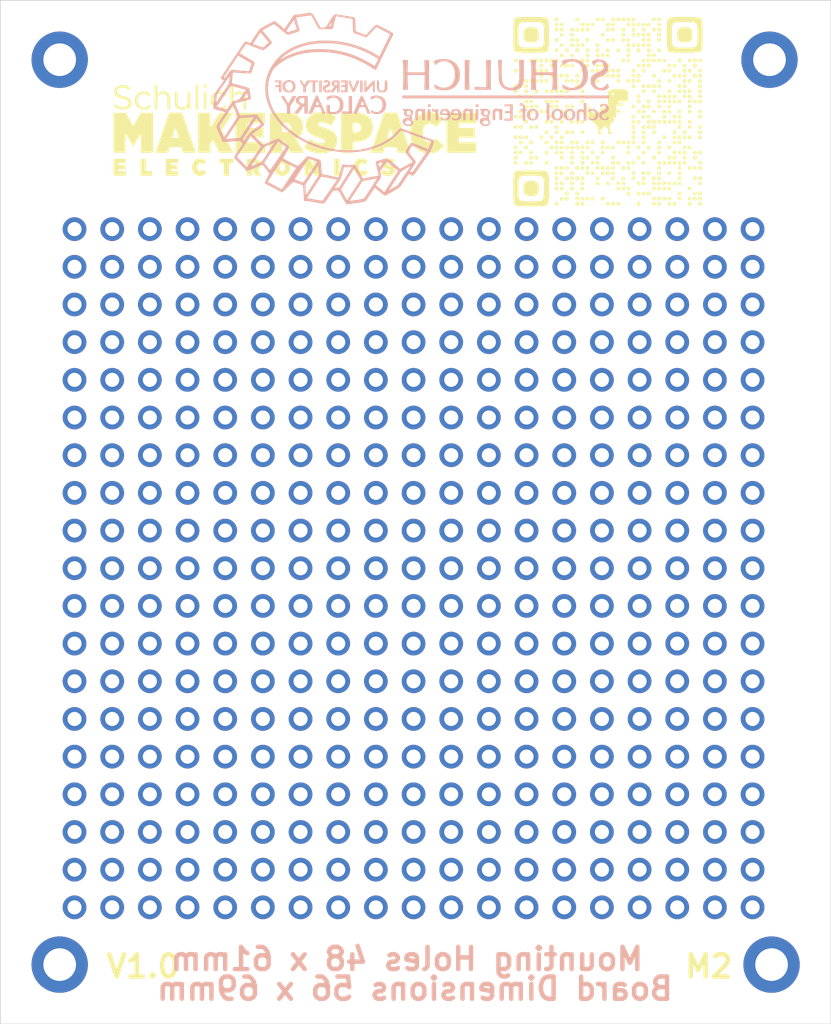
<source format=kicad_pcb>
(kicad_pcb (version 20240108) (generator "pcbnew") (generator_version "8.0")
  (layers (0 "F.Cu" signal) (31 "B.Cu" signal) (34 "B.Paste" user) (35 "F.Paste" user) (36 "B.SilkS" user "B.Silkscreen") (37 "F.SilkS" user "F.Silkscreen") (38 "B.Mask" user) (39 "F.Mask" user) (44 "Edge.Cuts" user))
  (net 0 "")
  (footprint "SparkFun-Connector:1x01" (layer "F.Cu") (at 137.16 60.96)
    (property "Reference" "Ref**30" (hide yes))
    (property "Value" "Val**" (hide yes))
    (pad "1" thru_hole circle (at 0 0 90) (size 1.6 1.6) (drill 0.95) (layers "*.Cu" "*.Mask"))
  )
  (footprint "SparkFun-Connector:1x01" (layer "F.Cu") (at 137.16 86.36)
    (property "Reference" "Ref**60" (hide yes))
    (property "Value" "Val**" (hide yes))
    (pad "1" thru_hole circle (at 0 0 90) (size 1.6 1.6) (drill 0.95) (layers "*.Cu" "*.Mask"))
  )
  (footprint "SparkFun-Connector:1x01" (layer "F.Cu") (at 134.62 81.28)
    (property "Reference" "Ref**49" (hide yes))
    (property "Value" "Val**" (hide yes))
    (pad "1" thru_hole circle (at 0 0 90) (size 1.6 1.6) (drill 0.95) (layers "*.Cu" "*.Mask"))
  )
  (footprint "SparkFun-Connector:1x01" (layer "F.Cu") (at 165.1 83.82)
    (property "Reference" "Ref**56" (hide yes))
    (property "Value" "Val**" (hide yes))
    (pad "1" thru_hole circle (at 0 0 90) (size 1.6 1.6) (drill 0.95) (layers "*.Cu" "*.Mask"))
  )
  (footprint "SparkFun-Connector:1x01" (layer "F.Cu") (at 170.18 93.98)
    (property "Reference" "Ref**18" (hide yes))
    (property "Value" "Val**" (hide yes))
    (pad "1" thru_hole circle (at 0 0 90) (size 1.6 1.6) (drill 0.95) (layers "*.Cu" "*.Mask"))
  )
  (footprint "SparkFun-Connector:1x01" (layer "F.Cu") (at 152.4 68.58)
    (property "Reference" "Ref**26" (hide yes))
    (property "Value" "Val**" (hide yes))
    (pad "1" thru_hole circle (at 0 0 90) (size 1.6 1.6) (drill 0.95) (layers "*.Cu" "*.Mask"))
  )
  (footprint "SparkFun-Connector:1x01" (layer "F.Cu") (at 165.1 68.58)
    (property "Reference" "Ref**26" (hide yes))
    (property "Value" "Val**" (hide yes))
    (pad "1" thru_hole circle (at 0 0 90) (size 1.6 1.6) (drill 0.95) (layers "*.Cu" "*.Mask"))
  )
  (footprint "SparkFun-Connector:1x01" (layer "F.Cu") (at 139.7 81.28)
    (property "Reference" "Ref**51" (hide yes))
    (property "Value" "Val**" (hide yes))
    (pad "1" thru_hole circle (at 0 0 90) (size 1.6 1.6) (drill 0.95) (layers "*.Cu" "*.Mask"))
  )
  (footprint "SparkFun-Connector:1x01" (layer "F.Cu") (at 127 88.9)
    (property "Reference" "Ref**20" (hide yes))
    (property "Value" "Val**" (hide yes))
    (pad "1" thru_hole circle (at 0 0 90) (size 1.6 1.6) (drill 0.95) (layers "*.Cu" "*.Mask"))
  )
  (footprint "SparkFun-Connector:1x01" (layer "F.Cu") (at 154.94 93.98)
    (property "Reference" "Ref**77" (hide yes))
    (property "Value" "Val**" (hide yes))
    (pad "1" thru_hole circle (at 0 0 90) (size 1.6 1.6) (drill 0.95) (layers "*.Cu" "*.Mask"))
  )
  (footprint "SparkFun-Connector:1x01" (layer "F.Cu") (at 139.7 88.9)
    (property "Reference" "Ref**66" (hide yes))
    (property "Value" "Val**" (hide yes))
    (pad "1" thru_hole circle (at 0 0 90) (size 1.6 1.6) (drill 0.95) (layers "*.Cu" "*.Mask"))
  )
  (footprint "SparkFun-Connector:1x01" (layer "F.Cu") (at 147.32 58.42)
    (property "Reference" "Ref**24" (hide yes))
    (property "Value" "Val**" (hide yes))
    (pad "1" thru_hole circle (at 0 0 90) (size 1.6 1.6) (drill 0.95) (layers "*.Cu" "*.Mask"))
  )
  (footprint "SparkFun-Connector:1x01" (layer "F.Cu") (at 170.18 76.2)
    (property "Reference" "Ref**10" (hide yes))
    (property "Value" "Val**" (hide yes))
    (pad "1" thru_hole circle (at 0 0 90) (size 1.6 1.6) (drill 0.95) (layers "*.Cu" "*.Mask"))
  )
  (footprint "SparkFun-Connector:1x01" (layer "F.Cu") (at 152.4 66.04)
    (property "Reference" "Ref**31" (hide yes))
    (property "Value" "Val**" (hide yes))
    (pad "1" thru_hole circle (at 0 0 90) (size 1.6 1.6) (drill 0.95) (layers "*.Cu" "*.Mask"))
  )
  (footprint "SparkFun-Connector:1x01" (layer "F.Cu") (at 137.16 76.2)
    (property "Reference" "Ref**40" (hide yes))
    (property "Value" "Val**" (hide yes))
    (pad "1" thru_hole circle (at 0 0 90) (size 1.6 1.6) (drill 0.95) (layers "*.Cu" "*.Mask"))
  )
  (footprint "SparkFun-Connector:1x01" (layer "F.Cu") (at 142.24 104.14)
    (property "Reference" "Ref**97" (hide yes))
    (property "Value" "Val**" (hide yes))
    (pad "1" thru_hole circle (at 0 0 90) (size 1.6 1.6) (drill 0.95) (layers "*.Cu" "*.Mask"))
  )
  (footprint "SparkFun-Connector:1x01" (layer "F.Cu") (at 165.1 91.44)
    (property "Reference" "Ref**71" (hide yes))
    (property "Value" "Val**" (hide yes))
    (pad "1" thru_hole circle (at 0 0 90) (size 1.6 1.6) (drill 0.95) (layers "*.Cu" "*.Mask"))
  )
  (footprint "SparkFun-Connector:1x01" (layer "F.Cu") (at 160.02 93.98)
    (property "Reference" "Ref**19" (hide yes))
    (property "Value" "Val**" (hide yes))
    (pad "1" thru_hole circle (at 0 0 90) (size 1.6 1.6) (drill 0.95) (layers "*.Cu" "*.Mask"))
  )
  (footprint "SparkFun-Connector:1x01" (layer "F.Cu") (at 152.4 78.74)
    (property "Reference" "Ref**46" (hide yes))
    (property "Value" "Val**" (hide yes))
    (pad "1" thru_hole circle (at 0 0 90) (size 1.6 1.6) (drill 0.95) (layers "*.Cu" "*.Mask"))
  )
  (footprint "SparkFun-Connector:1x01" (layer "F.Cu") (at 144.78 63.5)
    (property "Reference" "Ref**4" (hide yes))
    (property "Value" "Val**" (hide yes))
    (pad "1" thru_hole circle (at 0 0 90) (size 1.6 1.6) (drill 0.95) (layers "*.Cu" "*.Mask"))
  )
  (footprint "SparkFun-Connector:1x01" (layer "F.Cu") (at 157.48 104.14)
    (property "Reference" "Ref**22" (hide yes))
    (property "Value" "Val**" (hide yes))
    (pad "1" thru_hole circle (at 0 0 90) (size 1.6 1.6) (drill 0.95) (layers "*.Cu" "*.Mask"))
  )
  (footprint "SparkFun-Connector:1x01" (layer "F.Cu") (at 132.08 81.28)
    (property "Reference" "Ref**48" (hide yes))
    (property "Value" "Val**" (hide yes))
    (pad "1" thru_hole circle (at 0 0 90) (size 1.6 1.6) (drill 0.95) (layers "*.Cu" "*.Mask"))
  )
  (footprint "SparkFun-Connector:1x01" (layer "F.Cu") (at 129.54 58.42)
    (property "Reference" "Ref**5" (hide yes))
    (property "Value" "Val**" (hide yes))
    (pad "1" thru_hole circle (at 0 0 90) (size 1.6 1.6) (drill 0.95) (layers "*.Cu" "*.Mask"))
  )
  (footprint "SparkFun-Connector:1x01" (layer "F.Cu") (at 165.1 60.96)
    (property "Reference" "Ref**31" (hide yes))
    (property "Value" "Val**" (hide yes))
    (pad "1" thru_hole circle (at 0 0 90) (size 1.6 1.6) (drill 0.95) (layers "*.Cu" "*.Mask"))
  )
  (footprint "SparkFun-Connector:1x01" (layer "F.Cu") (at 147.32 71.12)
    (property "Reference" "Ref**29" (hide yes))
    (property "Value" "Val**" (hide yes))
    (pad "1" thru_hole circle (at 0 0 90) (size 1.6 1.6) (drill 0.95) (layers "*.Cu" "*.Mask"))
  )
  (footprint "SparkFun-Connector:1x01" (layer "F.Cu") (at 139.7 60.96)
    (property "Reference" "Ref**31" (hide yes))
    (property "Value" "Val**" (hide yes))
    (pad "1" thru_hole circle (at 0 0 90) (size 1.6 1.6) (drill 0.95) (layers "*.Cu" "*.Mask"))
  )
  (footprint "SparkFun-Connector:1x01" (layer "F.Cu") (at 152.4 63.5)
    (property "Reference" "Ref**26" (hide yes))
    (property "Value" "Val**" (hide yes))
    (pad "1" thru_hole circle (at 0 0 90) (size 1.6 1.6) (drill 0.95) (layers "*.Cu" "*.Mask"))
  )
  (footprint "SparkFun-Connector:1x01" (layer "F.Cu") (at 165.1 66.04)
    (property "Reference" "Ref**31" (hide yes))
    (property "Value" "Val**" (hide yes))
    (pad "1" thru_hole circle (at 0 0 90) (size 1.6 1.6) (drill 0.95) (layers "*.Cu" "*.Mask"))
  )
  (footprint "SparkFun-Connector:1x01" (layer "F.Cu") (at 172.72 71.12)
    (property "Reference" "Ref**7" (hide yes))
    (property "Value" "Val**" (hide yes))
    (pad "1" thru_hole circle (at 0 0 90) (size 1.6 1.6) (drill 0.95) (layers "*.Cu" "*.Mask"))
  )
  (footprint "SparkFun-Connector:1x01" (layer "F.Cu") (at 160.02 76.2)
    (property "Reference" "Ref**11" (hide yes))
    (property "Value" "Val**" (hide yes))
    (pad "1" thru_hole circle (at 0 0 90) (size 1.6 1.6) (drill 0.95) (layers "*.Cu" "*.Mask"))
  )
  (footprint "SparkFun-Connector:1x01" (layer "F.Cu") (at 167.64 86.36)
    (property "Reference" "Ref**62" (hide yes))
    (property "Value" "Val**" (hide yes))
    (pad "1" thru_hole circle (at 0 0 90) (size 1.6 1.6) (drill 0.95) (layers "*.Cu" "*.Mask"))
  )
  (footprint "SparkFun-Connector:1x01" (layer "F.Cu") (at 170.18 63.5)
    (property "Reference" "Ref**4" (hide yes))
    (property "Value" "Val**" (hide yes))
    (pad "1" thru_hole circle (at 0 0 90) (size 1.6 1.6) (drill 0.95) (layers "*.Cu" "*.Mask"))
  )
  (footprint "SparkFun-Connector:1x01" (layer "F.Cu") (at 139.7 71.12)
    (property "Reference" "Ref**31" (hide yes))
    (property "Value" "Val**" (hide yes))
    (pad "1" thru_hole circle (at 0 0 90) (size 1.6 1.6) (drill 0.95) (layers "*.Cu" "*.Mask"))
  )
  (footprint "SparkFun-Connector:1x01" (layer "F.Cu") (at 139.7 76.2)
    (property "Reference" "Ref**41" (hide yes))
    (property "Value" "Val**" (hide yes))
    (pad "1" thru_hole circle (at 0 0 90) (size 1.6 1.6) (drill 0.95) (layers "*.Cu" "*.Mask"))
  )
  (footprint "SparkFun-Connector:1x01" (layer "F.Cu") (at 162.56 66.04)
    (property "Reference" "Ref**30" (hide yes))
    (property "Value" "Val**" (hide yes))
    (pad "1" thru_hole circle (at 0 0 90) (size 1.6 1.6) (drill 0.95) (layers "*.Cu" "*.Mask"))
  )
  (footprint "Makerspace_Decals:QR_Code_Silk_Screen_13mm" (layer "F.Cu") (at 163 50.5)
    (property "Reference" "G***" (hide yes))
    (property "Value" "LOGO" (hide yes))
  )
  (footprint "SparkFun-Connector:1x01" (layer "F.Cu") (at 154.94 73.66)
    (property "Reference" "Ref**37" (hide yes))
    (property "Value" "Val**" (hide yes))
    (pad "1" thru_hole circle (at 0 0 90) (size 1.6 1.6) (drill 0.95) (layers "*.Cu" "*.Mask"))
  )
  (footprint "SparkFun-Connector:1x01" (layer "F.Cu") (at 132.08 78.74)
    (property "Reference" "Ref**43" (hide yes))
    (property "Value" "Val**" (hide yes))
    (pad "1" thru_hole circle (at 0 0 90) (size 1.6 1.6) (drill 0.95) (layers "*.Cu" "*.Mask"))
  )
  (footprint "SparkFun-Connector:1x01" (layer "F.Cu") (at 160.02 66.04)
    (property "Reference" "Ref**7" (hide yes))
    (property "Value" "Val**" (hide yes))
    (pad "1" thru_hole circle (at 0 0 90) (size 1.6 1.6) (drill 0.95) (layers "*.Cu" "*.Mask"))
  )
  (footprint "SparkFun-Connector:1x01" (layer "F.Cu") (at 167.64 99.06)
    (property "Reference" "Ref**87" (hide yes))
    (property "Value" "Val**" (hide yes))
    (pad "1" thru_hole circle (at 0 0 90) (size 1.6 1.6) (drill 0.95) (layers "*.Cu" "*.Mask"))
  )
  (footprint "SparkFun-Connector:1x01" (layer "F.Cu") (at 165.1 71.12)
    (property "Reference" "Ref**31" (hide yes))
    (property "Value" "Val**" (hide yes))
    (pad "1" thru_hole circle (at 0 0 90) (size 1.6 1.6) (drill 0.95) (layers "*.Cu" "*.Mask"))
  )
  (footprint "SparkFun-Connector:1x01" (layer "F.Cu") (at 170.18 78.74)
    (property "Reference" "Ref**12" (hide yes))
    (property "Value" "Val**" (hide yes))
    (pad "1" thru_hole circle (at 0 0 90) (size 1.6 1.6) (drill 0.95) (layers "*.Cu" "*.Mask"))
  )
  (footprint "SparkFun-Connector:1x01" (layer "F.Cu") (at 154.94 88.9)
    (property "Reference" "Ref**67" (hide yes))
    (property "Value" "Val**" (hide yes))
    (pad "1" thru_hole circle (at 0 0 90) (size 1.6 1.6) (drill 0.95) (layers "*.Cu" "*.Mask"))
  )
  (footprint "SparkFun-Connector:1x01" (layer "F.Cu") (at 170.18 58.42)
    (property "Reference" "Ref**4" (hide yes))
    (property "Value" "Val**" (hide yes))
    (pad "1" thru_hole circle (at 0 0 90) (size 1.6 1.6) (drill 0.95) (layers "*.Cu" "*.Mask"))
  )
  (footprint "SparkFun-Connector:1x01" (layer "F.Cu") (at 134.62 101.6)
    (property "Reference" "Ref**89" (hide yes))
    (property "Value" "Val**" (hide yes))
    (pad "1" thru_hole circle (at 0 0 90) (size 1.6 1.6) (drill 0.95) (layers "*.Cu" "*.Mask"))
  )
  (footprint "SparkFun-Connector:1x01" (layer "F.Cu") (at 142.24 76.2)
    (property "Reference" "Ref**42" (hide yes))
    (property "Value" "Val**" (hide yes))
    (pad "1" thru_hole circle (at 0 0 90) (size 1.6 1.6) (drill 0.95) (layers "*.Cu" "*.Mask"))
  )
  (footprint "SparkFun-Connector:1x01" (layer "F.Cu") (at 149.86 91.44)
    (property "Reference" "Ref**70" (hide yes))
    (property "Value" "Val**" (hide yes))
    (pad "1" thru_hole circle (at 0 0 90) (size 1.6 1.6) (drill 0.95) (layers "*.Cu" "*.Mask"))
  )
  (footprint "SparkFun-Connector:1x01" (layer "F.Cu") (at 139.7 78.74)
    (property "Reference" "Ref**46" (hide yes))
    (property "Value" "Val**" (hide yes))
    (pad "1" thru_hole circle (at 0 0 90) (size 1.6 1.6) (drill 0.95) (layers "*.Cu" "*.Mask"))
  )
  (footprint "SparkFun-Connector:1x01" (layer "F.Cu") (at 147.32 63.5)
    (property "Reference" "Ref**24" (hide yes))
    (property "Value" "Val**" (hide yes))
    (pad "1" thru_hole circle (at 0 0 90) (size 1.6 1.6) (drill 0.95) (layers "*.Cu" "*.Mask"))
  )
  (footprint "SparkFun-Connector:1x01" (layer "F.Cu") (at 144.78 66.04)
    (property "Reference" "Ref**28" (hide yes))
    (property "Value" "Val**" (hide yes))
    (pad "1" thru_hole circle (at 0 0 90) (size 1.6 1.6) (drill 0.95) (layers "*.Cu" "*.Mask"))
  )
  (footprint "SparkFun-Connector:1x01" (layer "F.Cu") (at 172.72 81.28)
    (property "Reference" "Ref**15" (hide yes))
    (property "Value" "Val**" (hide yes))
    (pad "1" thru_hole circle (at 0 0 90) (size 1.6 1.6) (drill 0.95) (layers "*.Cu" "*.Mask"))
  )
  (footprint "SparkFun-Connector:1x01" (layer "F.Cu") (at 162.56 83.82)
    (property "Reference" "Ref**55" (hide yes))
    (property "Value" "Val**" (hide yes))
    (pad "1" thru_hole circle (at 0 0 90) (size 1.6 1.6) (drill 0.95) (layers "*.Cu" "*.Mask"))
  )
  (footprint "SparkFun-Connector:1x01" (layer "F.Cu") (at 134.62 99.06)
    (property "Reference" "Ref**84" (hide yes))
    (property "Value" "Val**" (hide yes))
    (pad "1" thru_hole circle (at 0 0 90) (size 1.6 1.6) (drill 0.95) (layers "*.Cu" "*.Mask"))
  )
  (footprint "SparkFun-Connector:1x01" (layer "F.Cu") (at 154.94 86.36)
    (property "Reference" "Ref**62" (hide yes))
    (property "Value" "Val**" (hide yes))
    (pad "1" thru_hole circle (at 0 0 90) (size 1.6 1.6) (drill 0.95) (layers "*.Cu" "*.Mask"))
  )
  (footprint "SparkFun-Connector:1x01" (layer "F.Cu") (at 144.78 86.36)
    (property "Reference" "Ref**58" (hide yes))
    (property "Value" "Val**" (hide yes))
    (pad "1" thru_hole circle (at 0 0 90) (size 1.6 1.6) (drill 0.95) (layers "*.Cu" "*.Mask"))
  )
  (footprint "SparkFun-Connector:1x01" (layer "F.Cu") (at 170.18 83.82)
    (property "Reference" "Ref**16" (hide yes))
    (property "Value" "Val**" (hide yes))
    (pad "1" thru_hole circle (at 0 0 90) (size 1.6 1.6) (drill 0.95) (layers "*.Cu" "*.Mask"))
  )
  (footprint "SparkFun-Connector:1x01" (layer "F.Cu") (at 167.64 63.5)
    (property "Reference" "Ref**27" (hide yes))
    (property "Value" "Val**" (hide yes))
    (pad "1" thru_hole circle (at 0 0 90) (size 1.6 1.6) (drill 0.95) (layers "*.Cu" "*.Mask"))
  )
  (footprint "SparkFun-Connector:1x01" (layer "F.Cu") (at 137.16 93.98)
    (property "Reference" "Ref**75" (hide yes))
    (property "Value" "Val**" (hide yes))
    (pad "1" thru_hole circle (at 0 0 90) (size 1.6 1.6) (drill 0.95) (layers "*.Cu" "*.Mask"))
  )
  (footprint "SparkFun-Connector:1x01" (layer "F.Cu") (at 157.48 63.5)
    (property "Reference" "Ref**4" (hide yes))
    (property "Value" "Val**" (hide yes))
    (pad "1" thru_hole circle (at 0 0 90) (size 1.6 1.6) (drill 0.95) (layers "*.Cu" "*.Mask"))
  )
  (footprint "SparkFun-Connector:1x01" (layer "F.Cu") (at 160.02 78.74)
    (property "Reference" "Ref**13" (hide yes))
    (property "Value" "Val**" (hide yes))
    (pad "1" thru_hole circle (at 0 0 90) (size 1.6 1.6) (drill 0.95) (layers "*.Cu" "*.Mask"))
  )
  (footprint "SparkFun-Connector:1x01" (layer "F.Cu") (at 165.1 73.66)
    (property "Reference" "Ref**36" (hide yes))
    (property "Value" "Val**" (hide yes))
    (pad "1" thru_hole circle (at 0 0 90) (size 1.6 1.6) (drill 0.95) (layers "*.Cu" "*.Mask"))
  )
  (footprint "SparkFun-Connector:1x01" (layer "F.Cu") (at 144.78 83.82)
    (property "Reference" "Ref**53" (hide yes))
    (property "Value" "Val**" (hide yes))
    (pad "1" thru_hole circle (at 0 0 90) (size 1.6 1.6) (drill 0.95) (layers "*.Cu" "*.Mask"))
  )
  (footprint "SparkFun-Connector:1x01" (layer "F.Cu") (at 167.64 104.14)
    (property "Reference" "Ref**97" (hide yes))
    (property "Value" "Val**" (hide yes))
    (pad "1" thru_hole circle (at 0 0 90) (size 1.6 1.6) (drill 0.95) (layers "*.Cu" "*.Mask"))
  )
  (footprint "SparkFun-Connector:1x01" (layer "F.Cu") (at 149.86 63.5)
    (property "Reference" "Ref**25" (hide yes))
    (property "Value" "Val**" (hide yes))
    (pad "1" thru_hole circle (at 0 0 90) (size 1.6 1.6) (drill 0.95) (layers "*.Cu" "*.Mask"))
  )
  (footprint "SparkFun-Connector:1x01" (layer "F.Cu") (at 137.16 99.06)
    (property "Reference" "Ref**85" (hide yes))
    (property "Value" "Val**" (hide yes))
    (pad "1" thru_hole circle (at 0 0 90) (size 1.6 1.6) (drill 0.95) (layers "*.Cu" "*.Mask"))
  )
  (footprint "SparkFun-Connector:1x01" (layer "F.Cu") (at 172.72 88.9)
    (property "Reference" "Ref**21" (hide yes))
    (property "Value" "Val**" (hide yes))
    (pad "1" thru_hole circle (at 0 0 90) (size 1.6 1.6) (drill 0.95) (layers "*.Cu" "*.Mask"))
  )
  (footprint "SparkFun-Connector:1x01" (layer "F.Cu") (at 152.4 101.6)
    (property "Reference" "Ref**91" (hide yes))
    (property "Value" "Val**" (hide yes))
    (pad "1" thru_hole circle (at 0 0 90) (size 1.6 1.6) (drill 0.95) (layers "*.Cu" "*.Mask"))
  )
  (footprint "SparkFun-Connector:1x01" (layer "F.Cu") (at 144.78 93.98)
    (property "Reference" "Ref**73" (hide yes))
    (property "Value" "Val**" (hide yes))
    (pad "1" thru_hole circle (at 0 0 90) (size 1.6 1.6) (drill 0.95) (layers "*.Cu" "*.Mask"))
  )
  (footprint "SparkFun-Connector:1x01" (layer "F.Cu") (at 127 60.96)
    (property "Reference" "Ref**6" (hide yes))
    (property "Value" "Val**" (hide yes))
    (pad "1" thru_hole circle (at 0 0 90) (size 1.6 1.6) (drill 0.95) (layers "*.Cu" "*.Mask"))
  )
  (footprint "SparkFun-Connector:1x01" (layer "F.Cu") (at 129.54 68.58)
    (property "Reference" "Ref**5" (hide yes))
    (property "Value" "Val**" (hide yes))
    (pad "1" thru_hole circle (at 0 0 90) (size 1.6 1.6) (drill 0.95) (layers "*.Cu" "*.Mask"))
  )
  (footprint "SparkFun-Connector:1x01" (layer "F.Cu") (at 142.24 99.06)
    (property "Reference" "Ref**87" (hide yes))
    (property "Value" "Val**" (hide yes))
    (pad "1" thru_hole circle (at 0 0 90) (size 1.6 1.6) (drill 0.95) (layers "*.Cu" "*.Mask"))
  )
  (footprint "SparkFun-Connector:1x01" (layer "F.Cu") (at 147.32 76.2)
    (property "Reference" "Ref**39" (hide yes))
    (property "Value" "Val**" (hide yes))
    (pad "1" thru_hole circle (at 0 0 90) (size 1.6 1.6) (drill 0.95) (layers "*.Cu" "*.Mask"))
  )
  (footprint "MountingHole:MountingHole_2.2mm_M2_DIN965_Pad_TopBottom" (layer "F.Cu") (at 173.86 47)
    (property "Reference" "REF**" (hide yes))
    (property "Value" "MountingHole_2.2mm_M2_DIN965_Pad_TopBottom" (hide yes))
    (pad "1" thru_hole circle (at 0 0) (size 2.6 2.6) (drill 2.2) (layers "*.Cu" "*.Mask"))
    (pad "1" connect circle (at 0 0) (size 3.8 3.8) (layers "F.Cu" "F.Mask"))
    (pad "1" connect circle (at 0 0) (size 3.8 3.8) (layers "B.Cu" "B.Mask"))
  )
  (footprint "SparkFun-Connector:1x01" (layer "F.Cu") (at 129.54 81.28)
    (property "Reference" "Ref**15" (hide yes))
    (property "Value" "Val**" (hide yes))
    (pad "1" thru_hole circle (at 0 0 90) (size 1.6 1.6) (drill 0.95) (layers "*.Cu" "*.Mask"))
  )
  (footprint "SparkFun-Connector:1x01" (layer "F.Cu") (at 170.18 101.6)
    (property "Reference" "Ref**20" (hide yes))
    (property "Value" "Val**" (hide yes))
    (pad "1" thru_hole circle (at 0 0 90) (size 1.6 1.6) (drill 0.95) (layers "*.Cu" "*.Mask"))
  )
  (footprint "SparkFun-Connector:1x01" (layer "F.Cu") (at 165.1 93.98)
    (property "Reference" "Ref**76" (hide yes))
    (property "Value" "Val**" (hide yes))
    (pad "1" thru_hole circle (at 0 0 90) (size 1.6 1.6) (drill 0.95) (layers "*.Cu" "*.Mask"))
  )
  (footprint "SparkFun-Connector:1x01" (layer "F.Cu") (at 165.1 81.28)
    (property "Reference" "Ref**51" (hide yes))
    (property "Value" "Val**" (hide yes))
    (pad "1" thru_hole circle (at 0 0 90) (size 1.6 1.6) (drill 0.95) (layers "*.Cu" "*.Mask"))
  )
  (footprint "SparkFun-Connector:1x01" (layer "F.Cu") (at 129.54 83.82)
    (property "Reference" "Ref**17" (hide yes))
    (property "Value" "Val**" (hide yes))
    (pad "1" thru_hole circle (at 0 0 90) (size 1.6 1.6) (drill 0.95) (layers "*.Cu" "*.Mask"))
  )
  (footprint "SparkFun-Connector:1x01" (layer "F.Cu") (at 137.16 104.14)
    (property "Reference" "Ref**95" (hide yes))
    (property "Value" "Val**" (hide yes))
    (pad "1" thru_hole circle (at 0 0 90) (size 1.6 1.6) (drill 0.95) (layers "*.Cu" "*.Mask"))
  )
  (footprint "SparkFun-Connector:1x01" (layer "F.Cu") (at 147.32 83.82)
    (property "Reference" "Ref**54" (hide yes))
    (property "Value" "Val**" (hide yes))
    (pad "1" thru_hole circle (at 0 0 90) (size 1.6 1.6) (drill 0.95) (layers "*.Cu" "*.Mask"))
  )
  (footprint "SparkFun-Connector:1x01" (layer "F.Cu") (at 157.48 101.6)
    (property "Reference" "Ref**20" (hide yes))
    (property "Value" "Val**" (hide yes))
    (pad "1" thru_hole circle (at 0 0 90) (size 1.6 1.6) (drill 0.95) (layers "*.Cu" "*.Mask"))
  )
  (footprint "SparkFun-Connector:1x01" (layer "F.Cu") (at 137.16 83.82)
    (property "Reference" "Ref**55" (hide yes))
    (property "Value" "Val**" (hide yes))
    (pad "1" thru_hole circle (at 0 0 90) (size 1.6 1.6) (drill 0.95) (layers "*.Cu" "*.Mask"))
  )
  (footprint "SparkFun-Connector:1x01" (layer "F.Cu") (at 165.1 96.52)
    (property "Reference" "Ref**81" (hide yes))
    (property "Value" "Val**" (hide yes))
    (pad "1" thru_hole circle (at 0 0 90) (size 1.6 1.6) (drill 0.95) (layers "*.Cu" "*.Mask"))
  )
  (footprint "SparkFun-Connector:1x01" (layer "F.Cu") (at 134.62 96.52)
    (property "Reference" "Ref**79" (hide yes))
    (property "Value" "Val**" (hide yes))
    (pad "1" thru_hole circle (at 0 0 90) (size 1.6 1.6) (drill 0.95) (layers "*.Cu" "*.Mask"))
  )
  (footprint "SparkFun-Connector:1x01" (layer "F.Cu") (at 157.48 96.52)
    (property "Reference" "Ref**20" (hide yes))
    (property "Value" "Val**" (hide yes))
    (pad "1" thru_hole circle (at 0 0 90) (size 1.6 1.6) (drill 0.95) (layers "*.Cu" "*.Mask"))
  )
  (footprint "SparkFun-Connector:1x01" (layer "F.Cu") (at 149.86 81.28)
    (property "Reference" "Ref**50" (hide yes))
    (property "Value" "Val**" (hide yes))
    (pad "1" thru_hole circle (at 0 0 90) (size 1.6 1.6) (drill 0.95) (layers "*.Cu" "*.Mask"))
  )
  (footprint "SparkFun-Connector:1x01" (layer "F.Cu") (at 144.78 101.6)
    (property "Reference" "Ref**88" (hide yes))
    (property "Value" "Val**" (hide yes))
    (pad "1" thru_hole circle (at 0 0 90) (size 1.6 1.6) (drill 0.95) (layers "*.Cu" "*.Mask"))
  )
  (footprint "SparkFun-Connector:1x01" (layer "F.Cu") (at 147.32 96.52)
    (property "Reference" "Ref**79" (hide yes))
    (property "Value" "Val**" (hide yes))
    (pad "1" thru_hole circle (at 0 0 90) (size 1.6 1.6) (drill 0.95) (layers "*.Cu" "*.Mask"))
  )
  (footprint "SparkFun-Connector:1x01" (layer "F.Cu") (at 129.54 93.98)
    (property "Reference" "Ref**19" (hide yes))
    (property "Value" "Val**" (hide yes))
    (pad "1" thru_hole circle (at 0 0 90) (size 1.6 1.6) (drill 0.95) (layers "*.Cu" "*.Mask"))
  )
  (footprint "SparkFun-Connector:1x01" (layer "F.Cu") (at 167.64 58.42)
    (property "Reference" "Ref**27" (hide yes))
    (property "Value" "Val**" (hide yes))
    (pad "1" thru_hole circle (at 0 0 90) (size 1.6 1.6) (drill 0.95) (layers "*.Cu" "*.Mask"))
  )
  (footprint "SparkFun-Connector:1x01" (layer "F.Cu") (at 162.56 76.2)
    (property "Reference" "Ref**40" (hide yes))
    (property "Value" "Val**" (hide yes))
    (pad "1" thru_hole circle (at 0 0 90) (size 1.6 1.6) (drill 0.95) (layers "*.Cu" "*.Mask"))
  )
  (footprint "SparkFun-Connector:1x01" (layer "F.Cu") (at 170.18 68.58)
    (property "Reference" "Ref**4" (hide yes))
    (property "Value" "Val**" (hide yes))
    (pad "1" thru_hole circle (at 0 0 90) (size 1.6 1.6) (drill 0.95) (layers "*.Cu" "*.Mask"))
  )
  (footprint "SparkFun-Connector:1x01" (layer "F.Cu") (at 129.54 66.04)
    (property "Reference" "Ref**7" (hide yes))
    (property "Value" "Val**" (hide yes))
    (pad "1" thru_hole circle (at 0 0 90) (size 1.6 1.6) (drill 0.95) (layers "*.Cu" "*.Mask"))
  )
  (footprint "SparkFun-Connector:1x01" (layer "F.Cu") (at 154.94 91.44)
    (property "Reference" "Ref**72" (hide yes))
    (property "Value" "Val**" (hide yes))
    (pad "1" thru_hole circle (at 0 0 90) (size 1.6 1.6) (drill 0.95) (layers "*.Cu" "*.Mask"))
  )
  (footprint "SparkFun-Connector:1x01" (layer "F.Cu") (at 132.08 58.42)
    (property "Reference" "Ref**4" (hide yes))
    (property "Value" "Val**" (hide yes))
    (pad "1" thru_hole circle (at 0 0 90) (size 1.6 1.6) (drill 0.95) (layers "*.Cu" "*.Mask"))
  )
  (footprint "SparkFun-Connector:1x01" (layer "F.Cu") (at 149.86 83.82)
    (property "Reference" "Ref**55" (hide yes))
    (property "Value" "Val**" (hide yes))
    (pad "1" thru_hole circle (at 0 0 90) (size 1.6 1.6) (drill 0.95) (layers "*.Cu" "*.Mask"))
  )
  (footprint "SparkFun-Connector:1x01" (layer "F.Cu") (at 172.72 68.58)
    (property "Reference" "Ref**5" (hide yes))
    (property "Value" "Val**" (hide yes))
    (pad "1" thru_hole circle (at 0 0 90) (size 1.6 1.6) (drill 0.95) (layers "*.Cu" "*.Mask"))
  )
  (footprint "SparkFun-Connector:1x01" (layer "F.Cu") (at 134.62 83.82)
    (property "Reference" "Ref**54" (hide yes))
    (property "Value" "Val**" (hide yes))
    (pad "1" thru_hole circle (at 0 0 90) (size 1.6 1.6) (drill 0.95) (layers "*.Cu" "*.Mask"))
  )
  (footprint "SparkFun-Connector:1x01" (layer "F.Cu") (at 167.64 71.12)
    (property "Reference" "Ref**32" (hide yes))
    (property "Value" "Val**" (hide yes))
    (pad "1" thru_hole circle (at 0 0 90) (size 1.6 1.6) (drill 0.95) (layers "*.Cu" "*.Mask"))
  )
  (footprint "SparkFun-Connector:1x01" (layer "F.Cu") (at 127 83.82)
    (property "Reference" "Ref**16" (hide yes))
    (property "Value" "Val**" (hide yes))
    (pad "1" thru_hole circle (at 0 0 90) (size 1.6 1.6) (drill 0.95) (layers "*.Cu" "*.Mask"))
  )
  (footprint "SparkFun-Connector:1x01" (layer "F.Cu") (at 157.48 93.98)
    (property "Reference" "Ref**18" (hide yes))
    (property "Value" "Val**" (hide yes))
    (pad "1" thru_hole circle (at 0 0 90) (size 1.6 1.6) (drill 0.95) (layers "*.Cu" "*.Mask"))
  )
  (footprint "SparkFun-Connector:1x01" (layer "F.Cu") (at 157.48 78.74)
    (property "Reference" "Ref**12" (hide yes))
    (property "Value" "Val**" (hide yes))
    (pad "1" thru_hole circle (at 0 0 90) (size 1.6 1.6) (drill 0.95) (layers "*.Cu" "*.Mask"))
  )
  (footprint "SparkFun-Connector:1x01" (layer "F.Cu") (at 129.54 86.36)
    (property "Reference" "Ref**19" (hide yes))
    (property "Value" "Val**" (hide yes))
    (pad "1" thru_hole circle (at 0 0 90) (size 1.6 1.6) (drill 0.95) (layers "*.Cu" "*.Mask"))
  )
  (footprint "SparkFun-Connector:1x01" (layer "F.Cu") (at 170.18 104.14)
    (property "Reference" "Ref**22" (hide yes))
    (property "Value" "Val**" (hide yes))
    (pad "1" thru_hole circle (at 0 0 90) (size 1.6 1.6) (drill 0.95) (layers "*.Cu" "*.Mask"))
  )
  (footprint "SparkFun-Connector:1x01" (layer "F.Cu") (at 157.48 88.9)
    (property "Reference" "Ref**20" (hide yes))
    (property "Value" "Val**" (hide yes))
    (pad "1" thru_hole circle (at 0 0 90) (size 1.6 1.6) (drill 0.95) (layers "*.Cu" "*.Mask"))
  )
  (footprint "SparkFun-Connector:1x01" (layer "F.Cu") (at 172.72 101.6)
    (property "Reference" "Ref**21" (hide yes))
    (property "Value" "Val**" (hide yes))
    (pad "1" thru_hole circle (at 0 0 90) (size 1.6 1.6) (drill 0.95) (layers "*.Cu" "*.Mask"))
  )
  (footprint "SparkFun-Connector:1x01" (layer "F.Cu") (at 137.16 63.5)
    (property "Reference" "Ref**25" (hide yes))
    (property "Value" "Val**" (hide yes))
    (pad "1" thru_hole circle (at 0 0 90) (size 1.6 1.6) (drill 0.95) (layers "*.Cu" "*.Mask"))
  )
  (footprint "SparkFun-Connector:1x01" (layer "F.Cu") (at 139.7 66.04)
    (property "Reference" "Ref**31" (hide yes))
    (property "Value" "Val**" (hide yes))
    (pad "1" thru_hole circle (at 0 0 90) (size 1.6 1.6) (drill 0.95) (layers "*.Cu" "*.Mask"))
  )
  (footprint "SparkFun-Connector:1x01" (layer "F.Cu") (at 134.62 78.74)
    (property "Reference" "Ref**44" (hide yes))
    (property "Value" "Val**" (hide yes))
    (pad "1" thru_hole circle (at 0 0 90) (size 1.6 1.6) (drill 0.95) (layers "*.Cu" "*.Mask"))
  )
  (footprint "SparkFun-Connector:1x01" (layer "F.Cu") (at 172.72 96.52)
    (property "Reference" "Ref**21" (hide yes))
    (property "Value" "Val**" (hide yes))
    (pad "1" thru_hole circle (at 0 0 90) (size 1.6 1.6) (drill 0.95) (layers "*.Cu" "*.Mask"))
  )
  (footprint "SparkFun-Connector:1x01" (layer "F.Cu") (at 127 78.74)
    (property "Reference" "Ref**12" (hide yes))
    (property "Value" "Val**" (hide yes))
    (pad "1" thru_hole circle (at 0 0 90) (size 1.6 1.6) (drill 0.95) (layers "*.Cu" "*.Mask"))
  )
  (footprint "SparkFun-Connector:1x01" (layer "F.Cu") (at 162.56 96.52)
    (property "Reference" "Ref**80" (hide yes))
    (property "Value" "Val**" (hide yes))
    (pad "1" thru_hole circle (at 0 0 90) (size 1.6 1.6) (drill 0.95) (layers "*.Cu" "*.Mask"))
  )
  (footprint "SparkFun-Connector:1x01" (layer "F.Cu") (at 139.7 96.52)
    (property "Reference" "Ref**81" (hide yes))
    (property "Value" "Val**" (hide yes))
    (pad "1" thru_hole circle (at 0 0 90) (size 1.6 1.6) (drill 0.95) (layers "*.Cu" "*.Mask"))
  )
  (footprint "SparkFun-Connector:1x01" (layer "F.Cu") (at 170.18 66.04)
    (property "Reference" "Ref**6" (hide yes))
    (property "Value" "Val**" (hide yes))
    (pad "1" thru_hole circle (at 0 0 90) (size 1.6 1.6) (drill 0.95) (layers "*.Cu" "*.Mask"))
  )
  (footprint "SparkFun-Connector:1x01" (layer "F.Cu") (at 142.24 96.52)
    (property "Reference" "Ref**82" (hide yes))
    (property "Value" "Val**" (hide yes))
    (pad "1" thru_hole circle (at 0 0 90) (size 1.6 1.6) (drill 0.95) (layers "*.Cu" "*.Mask"))
  )
  (footprint "SparkFun-Connector:1x01" (layer "F.Cu") (at 142.24 68.58)
    (property "Reference" "Ref**27" (hide yes))
    (property "Value" "Val**" (hide yes))
    (pad "1" thru_hole circle (at 0 0 90) (size 1.6 1.6) (drill 0.95) (layers "*.Cu" "*.Mask"))
  )
  (footprint "SparkFun-Connector:1x01" (layer "F.Cu") (at 129.54 63.5)
    (property "Reference" "Ref**5" (hide yes))
    (property "Value" "Val**" (hide yes))
    (pad "1" thru_hole circle (at 0 0 90) (size 1.6 1.6) (drill 0.95) (layers "*.Cu" "*.Mask"))
  )
  (footprint "SparkFun-Connector:1x01" (layer "F.Cu") (at 149.86 66.04)
    (property "Reference" "Ref**30" (hide yes))
    (property "Value" "Val**" (hide yes))
    (pad "1" thru_hole circle (at 0 0 90) (size 1.6 1.6) (drill 0.95) (layers "*.Cu" "*.Mask"))
  )
  (footprint "MountingHole:MountingHole_2.2mm_M2_DIN965_Pad_TopBottom" (layer "F.Cu") (at 126 47)
    (property "Reference" "REF**" (hide yes))
    (property "Value" "MountingHole_2.2mm_M2_DIN965_Pad_TopBottom" (hide yes))
    (pad "1" thru_hole circle (at 0 0) (size 2.6 2.6) (drill 2.2) (layers "*.Cu" "*.Mask"))
    (pad "1" connect circle (at 0 0) (size 3.8 3.8) (layers "F.Cu" "F.Mask"))
    (pad "1" connect circle (at 0 0) (size 3.8 3.8) (layers "B.Cu" "B.Mask"))
  )
  (footprint "SparkFun-Connector:1x01" (layer "F.Cu") (at 127 91.44)
    (property "Reference" "Ref**22" (hide yes))
    (property "Value" "Val**" (hide yes))
    (pad "1" thru_hole circle (at 0 0 90) (size 1.6 1.6) (drill 0.95) (layers "*.Cu" "*.Mask"))
  )
  (footprint "SparkFun-Connector:1x01" (layer "F.Cu") (at 149.86 96.52)
    (property "Reference" "Ref**80" (hide yes))
    (property "Value" "Val**" (hide yes))
    (pad "1" thru_hole circle (at 0 0 90) (size 1.6 1.6) (drill 0.95) (layers "*.Cu" "*.Mask"))
  )
  (footprint "SparkFun-Connector:1x01" (layer "F.Cu") (at 142.24 78.74)
    (property "Reference" "Ref**47" (hide yes))
    (property "Value" "Val**" (hide yes))
    (pad "1" thru_hole circle (at 0 0 90) (size 1.6 1.6) (drill 0.95) (layers "*.Cu" "*.Mask"))
  )
  (footprint "SparkFun-Connector:1x01" (layer "F.Cu") (at 144.78 78.74)
    (property "Reference" "Ref**43" (hide yes))
    (property "Value" "Val**" (hide yes))
    (pad "1" thru_hole circle (at 0 0 90) (size 1.6 1.6) (drill 0.95) (layers "*.Cu" "*.Mask"))
  )
  (footprint "SparkFun-Connector:1x01" (layer "F.Cu") (at 167.64 78.74)
    (property "Reference" "Ref**47" (hide yes))
    (property "Value" "Val**" (hide yes))
    (pad "1" thru_hole circle (at 0 0 90) (size 1.6 1.6) (drill 0.95) (layers "*.Cu" "*.Mask"))
  )
  (footprint "SparkFun-Connector:1x01" (layer "F.Cu") (at 147.32 99.06)
    (property "Reference" "Ref**84" (hide yes))
    (property "Value" "Val**" (hide yes))
    (pad "1" thru_hole circle (at 0 0 90) (size 1.6 1.6) (drill 0.95) (layers "*.Cu" "*.Mask"))
  )
  (footprint "SparkFun-Connector:1x01" (layer "F.Cu") (at 139.7 58.42)
    (property "Reference" "Ref**26" (hide yes))
    (property "Value" "Val**" (hide yes))
    (pad "1" thru_hole circle (at 0 0 90) (size 1.6 1.6) (drill 0.95) (layers "*.Cu" "*.Mask"))
  )
  (footprint "SparkFun-Connector:1x01" (layer "F.Cu") (at 147.32 88.9)
    (property "Reference" "Ref**64" (hide yes))
    (property "Value" "Val**" (hide yes))
    (pad "1" thru_hole circle (at 0 0 90) (size 1.6 1.6) (drill 0.95) (layers "*.Cu" "*.Mask"))
  )
  (footprint "SparkFun-Connector:1x01" (layer "F.Cu") (at 142.24 88.9)
    (property "Reference" "Ref**67" (hide yes))
    (property "Value" "Val**" (hide yes))
    (pad "1" thru_hole circle (at 0 0 90) (size 1.6 1.6) (drill 0.95) (layers "*.Cu" "*.Mask"))
  )
  (footprint "SparkFun-Connector:1x01" (layer "F.Cu") (at 139.7 68.58)
    (property "Reference" "Ref**26" (hide yes))
    (property "Value" "Val**" (hide yes))
    (pad "1" thru_hole circle (at 0 0 90) (size 1.6 1.6) (drill 0.95) (layers "*.Cu" "*.Mask"))
  )
  (footprint "SparkFun-Connector:1x01" (layer "F.Cu") (at 157.48 58.42)
    (property "Reference" "Ref**4" (hide yes))
    (property "Value" "Val**" (hide yes))
    (pad "1" thru_hole circle (at 0 0 90) (size 1.6 1.6) (drill 0.95) (layers "*.Cu" "*.Mask"))
  )
  (footprint "SparkFun-Connector:1x01" (layer "F.Cu") (at 162.56 91.44)
    (property "Reference" "Ref**70" (hide yes))
    (property "Value" "Val**" (hide yes))
    (pad "1" thru_hole circle (at 0 0 90) (size 1.6 1.6) (drill 0.95) (layers "*.Cu" "*.Mask"))
  )
  (footprint "SparkFun-Connector:1x01" (layer "F.Cu") (at 127 99.06)
    (property "Reference" "Ref**22" (hide yes))
    (property "Value" "Val**" (hide yes))
    (pad "1" thru_hole circle (at 0 0 90) (size 1.6 1.6) (drill 0.95) (layers "*.Cu" "*.Mask"))
  )
  (footprint "SparkFun-Connector:1x01" (layer "F.Cu") (at 165.1 101.6)
    (property "Reference" "Ref**91" (hide yes))
    (property "Value" "Val**" (hide yes))
    (pad "1" thru_hole circle (at 0 0 90) (size 1.6 1.6) (drill 0.95) (layers "*.Cu" "*.Mask"))
  )
  (footprint "SparkFun-Connector:1x01" (layer "F.Cu") (at 134.62 104.14)
    (property "Reference" "Ref**94" (hide yes))
    (property "Value" "Val**" (hide yes))
    (pad "1" thru_hole circle (at 0 0 90) (size 1.6 1.6) (drill 0.95) (layers "*.Cu" "*.Mask"))
  )
  (footprint "SparkFun-Connector:1x01" (layer "F.Cu") (at 157.48 68.58)
    (property "Reference" "Ref**4" (hide yes))
    (property "Value" "Val**" (hide yes))
    (pad "1" thru_hole circle (at 0 0 90) (size 1.6 1.6) (drill 0.95) (layers "*.Cu" "*.Mask"))
  )
  (footprint "SparkFun-Connector:1x01" (layer "F.Cu") (at 157.48 60.96)
    (property "Reference" "Ref**6" (hide yes))
    (property "Value" "Val**" (hide yes))
    (pad "1" thru_hole circle (at 0 0 90) (size 1.6 1.6) (drill 0.95) (layers "*.Cu" "*.Mask"))
  )
  (footprint "SparkFun-Connector:1x01" (layer "F.Cu") (at 139.7 83.82)
    (property "Reference" "Ref**56" (hide yes))
    (property "Value" "Val**" (hide yes))
    (pad "1" thru_hole circle (at 0 0 90) (size 1.6 1.6) (drill 0.95) (layers "*.Cu" "*.Mask"))
  )
  (footprint "SparkFun-Connector:1x01" (layer "F.Cu") (at 149.86 58.42)
    (property "Reference" "Ref**25" (hide yes))
    (property "Value" "Val**" (hide yes))
    (pad "1" thru_hole circle (at 0 0 90) (size 1.6 1.6) (drill 0.95) (layers "*.Cu" "*.Mask"))
  )
  (footprint "SparkFun-Connector:1x01" (layer "F.Cu") (at 157.48 99.06)
    (property "Reference" "Ref**22" (hide yes))
    (property "Value" "Val**" (hide yes))
    (pad "1" thru_hole circle (at 0 0 90) (size 1.6 1.6) (drill 0.95) (layers "*.Cu" "*.Mask"))
  )
  (footprint "SparkFun-Connector:1x01" (layer "F.Cu") (at 132.08 76.2)
    (property "Reference" "Ref**38" (hide yes))
    (property "Value" "Val**" (hide yes))
    (pad "1" thru_hole circle (at 0 0 90) (size 1.6 1.6) (drill 0.95) (layers "*.Cu" "*.Mask"))
  )
  (footprint "SparkFun-Connector:1x01" (layer "F.Cu") (at 127 96.52)
    (property "Reference" "Ref**20" (hide yes))
    (property "Value" "Val**" (hide yes))
    (pad "1" thru_hole circle (at 0 0 90) (size 1.6 1.6) (drill 0.95) (layers "*.Cu" "*.Mask"))
  )
  (footprint "SparkFun-Connector:1x01" (layer "F.Cu") (at 129.54 101.6)
    (property "Reference" "Ref**21" (hide yes))
    (property "Value" "Val**" (hide yes))
    (pad "1" thru_hole circle (at 0 0 90) (size 1.6 1.6) (drill 0.95) (layers "*.Cu" "*.Mask"))
  )
  (footprint "SparkFun-Connector:1x01" (layer "F.Cu") (at 139.7 93.98)
    (property "Reference" "Ref**76" (hide yes))
    (property "Value" "Val**" (hide yes))
    (pad "1" thru_hole circle (at 0 0 90) (size 1.6 1.6) (drill 0.95) (layers "*.Cu" "*.Mask"))
  )
  (footprint "SparkFun-Connector:1x01" (layer "F.Cu") (at 172.72 86.36)
    (property "Reference" "Ref**19" (hide yes))
    (property "Value" "Val**" (hide yes))
    (pad "1" thru_hole circle (at 0 0 90) (size 1.6 1.6) (drill 0.95) (layers "*.Cu" "*.Mask"))
  )
  (footprint "SparkFun-Connector:1x01" (layer "F.Cu") (at 162.56 73.66)
    (property "Reference" "Ref**35" (hide yes))
    (property "Value" "Val**" (hide yes))
    (pad "1" thru_hole circle (at 0 0 90) (size 1.6 1.6) (drill 0.95) (layers "*.Cu" "*.Mask"))
  )
  (footprint "SparkFun-Connector:1x01" (layer "F.Cu") (at 129.54 71.12)
    (property "Reference" "Ref**7" (hide yes))
    (property "Value" "Val**" (hide yes))
    (pad "1" thru_hole circle (at 0 0 90) (size 1.6 1.6) (drill 0.95) (layers "*.Cu" "*.Mask"))
  )
  (footprint "SparkFun-Connector:1x01" (layer "F.Cu") (at 170.18 91.44)
    (property "Reference" "Ref**22" (hide yes))
    (property "Value" "Val**" (hide yes))
    (pad "1" thru_hole circle (at 0 0 90) (size 1.6 1.6) (drill 0.95) (layers "*.Cu" "*.Mask"))
  )
  (footprint "SparkFun-Connector:1x01" (layer "F.Cu") (at 147.32 104.14)
    (property "Reference" "Ref**94" (hide yes))
    (property "Value" "Val**" (hide yes))
    (pad "1" thru_hole circle (at 0 0 90) (size 1.6 1.6) (drill 0.95) (layers "*.Cu" "*.Mask"))
  )
  (footprint "SparkFun-Connector:1x01" (layer "F.Cu") (at 149.86 60.96)
    (property "Reference" "Ref**30" (hide yes))
    (property "Value" "Val**" (hide yes))
    (pad "1" thru_hole circle (at 0 0 90) (size 1.6 1.6) (drill 0.95) (layers "*.Cu" "*.Mask"))
  )
  (footprint "SparkFun-Connector:1x01" (layer "F.Cu") (at 129.54 60.96)
    (property "Reference" "Ref**7" (hide yes))
    (property "Value" "Val**" (hide yes))
    (pad "1" thru_hole circle (at 0 0 90) (size 1.6 1.6) (drill 0.95) (layers "*.Cu" "*.Mask"))
  )
  (footprint "SparkFun-Connector:1x01" (layer "F.Cu") (at 147.32 60.96)
    (property "Reference" "Ref**29" (hide yes))
    (property "Value" "Val**" (hide yes))
    (pad "1" thru_hole circle (at 0 0 90) (size 1.6 1.6) (drill 0.95) (layers "*.Cu" "*.Mask"))
  )
  (footprint "SparkFun-Connector:1x01" (layer "F.Cu") (at 172.72 73.66)
    (property "Reference" "Ref**9" (hide yes))
    (property "Value" "Val**" (hide yes))
    (pad "1" thru_hole circle (at 0 0 90) (size 1.6 1.6) (drill 0.95) (layers "*.Cu" "*.Mask"))
  )
  (footprint "SparkFun-Connector:1x01" (layer "F.Cu") (at 139.7 86.36)
    (property "Reference" "Ref**61" (hide yes))
    (property "Value" "Val**" (hide yes))
    (pad "1" thru_hole circle (at 0 0 90) (size 1.6 1.6) (drill 0.95) (layers "*.Cu" "*.Mask"))
  )
  (footprint "SparkFun-Connector:1x01" (layer "F.Cu") (at 160.02 104.14)
    (property "Reference" "Ref**23" (hide yes))
    (property "Value" "Val**" (hide yes))
    (pad "1" thru_hole circle (at 0 0 90) (size 1.6 1.6) (drill 0.95) (layers "*.Cu" "*.Mask"))
  )
  (footprint "SparkFun-Connector:1x01" (layer "F.Cu") (at 160.02 86.36)
    (property "Reference" "Ref**19" (hide yes))
    (property "Value" "Val**" (hide yes))
    (pad "1" thru_hole circle (at 0 0 90) (size 1.6 1.6) (drill 0.95) (layers "*.Cu" "*.Mask"))
  )
  (footprint "SparkFun-Connector:1x01" (layer "F.Cu") (at 152.4 60.96)
    (property "Reference" "Ref**31" (hide yes))
    (property "Value" "Val**" (hide yes))
    (pad "1" thru_hole circle (at 0 0 90) (size 1.6 1.6) (drill 0.95) (layers "*.Cu" "*.Mask"))
  )
  (footprint "SparkFun-Connector:1x01" (layer "F.Cu") (at 149.86 99.06)
    (property "Reference" "Ref**85" (hide yes))
    (property "Value" "Val**" (hide yes))
    (pad "1" thru_hole circle (at 0 0 90) (size 1.6 1.6) (drill 0.95) (layers "*.Cu" "*.Mask"))
  )
  (footprint "SparkFun-Connector:1x01" (layer "F.Cu") (at 162.56 93.98)
    (property "Reference" "Ref**75" (hide yes))
    (property "Value" "Val**" (hide yes))
    (pad "1" thru_hole circle (at 0 0 90) (size 1.6 1.6) (drill 0.95) (layers "*.Cu" "*.Mask"))
  )
  (footprint "Makerspace_Decals:Makerspace_Logo_25_x_7mm" (layer "F.Cu") (at 142 51.84)
    (property "Reference" "G***" (hide yes))
    (property "Value" "LOGO" (hide yes))
  )
  (footprint "SparkFun-Connector:1x01" (layer "F.Cu") (at 129.54 96.52)
    (property "Reference" "Ref**21" (hide yes))
    (property "Value" "Val**" (hide yes))
    (pad "1" thru_hole circle (at 0 0 90) (size 1.6 1.6) (drill 0.95) (layers "*.Cu" "*.Mask"))
  )
  (footprint "SparkFun-Connector:1x01" (layer "F.Cu") (at 127 93.98)
    (property "Reference" "Ref**18" (hide yes))
    (property "Value" "Val**" (hide yes))
    (pad "1" thru_hole circle (at 0 0 90) (size 1.6 1.6) (drill 0.95) (layers "*.Cu" "*.Mask"))
  )
  (footprint "SparkFun-Connector:1x01" (layer "F.Cu") (at 142.24 58.42)
    (property "Reference" "Ref**27" (hide yes))
    (property "Value" "Val**" (hide yes))
    (pad "1" thru_hole circle (at 0 0 90) (size 1.6 1.6) (drill 0.95) (layers "*.Cu" "*.Mask"))
  )
  (footprint "MountingHole:MountingHole_2.2mm_M2_DIN965_Pad_TopBottom" (layer "F.Cu") (at 174 108)
    (property "Reference" "REF**" (hide yes))
    (property "Value" "MountingHole_2.2mm_M2_DIN965_Pad_TopBottom" (hide yes))
    (pad "1" thru_hole circle (at 0 0) (size 2.6 2.6) (drill 2.2) (layers "*.Cu" "*.Mask"))
    (pad "1" connect circle (at 0 0) (size 3.8 3.8) (layers "F.Cu" "F.Mask"))
    (pad "1" connect circle (at 0 0) (size 3.8 3.8) (layers "B.Cu" "B.Mask"))
  )
  (footprint "SparkFun-Connector:1x01" (layer "F.Cu") (at 147.32 91.44)
    (property "Reference" "Ref**69" (hide yes))
    (property "Value" "Val**" (hide yes))
    (pad "1" thru_hole circle (at 0 0 90) (size 1.6 1.6) (drill 0.95) (layers "*.Cu" "*.Mask"))
  )
  (footprint "SparkFun-Connector:1x01" (layer "F.Cu") (at 160.02 96.52)
    (property "Reference" "Ref**21" (hide yes))
    (property "Value" "Val**" (hide yes))
    (pad "1" thru_hole circle (at 0 0 90) (size 1.6 1.6) (drill 0.95) (layers "*.Cu" "*.Mask"))
  )
  (footprint "SparkFun-Connector:1x01" (layer "F.Cu") (at 132.08 101.6)
    (property "Reference" "Ref**88" (hide yes))
    (property "Value" "Val**" (hide yes))
    (pad "1" thru_hole circle (at 0 0 90) (size 1.6 1.6) (drill 0.95) (layers "*.Cu" "*.Mask"))
  )
  (footprint "SparkFun-Connector:1x01" (layer "F.Cu") (at 172.72 83.82)
    (property "Reference" "Ref**17" (hide yes))
    (property "Value" "Val**" (hide yes))
    (pad "1" thru_hole circle (at 0 0 90) (size 1.6 1.6) (drill 0.95) (layers "*.Cu" "*.Mask"))
  )
  (footprint "SparkFun-Connector:1x01" (layer "F.Cu") (at 160.02 99.06)
    (property "Reference" "Ref**23" (hide yes))
    (property "Value" "Val**" (hide yes))
    (pad "1" thru_hole circle (at 0 0 90) (size 1.6 1.6) (drill 0.95) (layers "*.Cu" "*.Mask"))
  )
  (footprint "SparkFun-Connector:1x01" (layer "F.Cu") (at 167.64 60.96)
    (property "Reference" "Ref**32" (hide yes))
    (property "Value" "Val**" (hide yes))
    (pad "1" thru_hole circle (at 0 0 90) (size 1.6 1.6) (drill 0.95) (layers "*.Cu" "*.Mask"))
  )
  (footprint "SparkFun-Connector:1x01" (layer "F.Cu") (at 172.72 91.44)
    (property "Reference" "Ref**23" (hide yes))
    (property "Value" "Val**" (hide yes))
    (pad "1" thru_hole circle (at 0 0 90) (size 1.6 1.6) (drill 0.95) (layers "*.Cu" "*.Mask"))
  )
  (footprint "SparkFun-Connector:1x01" (layer "F.Cu") (at 162.56 78.74)
    (property "Reference" "Ref**45" (hide yes))
    (property "Value" "Val**" (hide yes))
    (pad "1" thru_hole circle (at 0 0 90) (size 1.6 1.6) (drill 0.95) (layers "*.Cu" "*.Mask"))
  )
  (footprint "SparkFun-Connector:1x01" (layer "F.Cu") (at 154.94 96.52)
    (property "Reference" "Ref**82" (hide yes))
    (property "Value" "Val**" (hide yes))
    (pad "1" thru_hole circle (at 0 0 90) (size 1.6 1.6) (drill 0.95) (layers "*.Cu" "*.Mask"))
  )
  (footprint "SparkFun-Connector:1x01" (layer "F.Cu") (at 157.48 81.28)
    (property "Reference" "Ref**14" (hide yes))
    (property "Value" "Val**" (hide yes))
    (pad "1" thru_hole circle (at 0 0 90) (size 1.6 1.6) (drill 0.95) (layers "*.Cu" "*.Mask"))
  )
  (footprint "SparkFun-Connector:1x01" (layer "F.Cu") (at 170.18 71.12)
    (property "Reference" "Ref**6" (hide yes))
    (property "Value" "Val**" (hide yes))
    (pad "1" thru_hole circle (at 0 0 90) (size 1.6 1.6) (drill 0.95) (layers "*.Cu" "*.Mask"))
  )
  (footprint "SparkFun-Connector:1x01" (layer "F.Cu") (at 165.1 76.2)
    (property "Reference" "Ref**41" (hide yes))
    (property "Value" "Val**" (hide yes))
    (pad "1" thru_hole circle (at 0 0 90) (size 1.6 1.6) (drill 0.95) (layers "*.Cu" "*.Mask"))
  )
  (footprint "SparkFun-Connector:1x01" (layer "F.Cu") (at 127 76.2)
    (property "Reference" "Ref**10" (hide yes))
    (property "Value" "Val**" (hide yes))
    (pad "1" thru_hole circle (at 0 0 90) (size 1.6 1.6) (drill 0.95) (layers "*.Cu" "*.Mask"))
  )
  (footprint "SparkFun-Connector:1x01" (layer "F.Cu") (at 127 58.42)
    (property "Reference" "Ref**4" (hide yes))
    (property "Value" "Val**" (hide yes))
    (pad "1" thru_hole circle (at 0 0 90) (size 1.6 1.6) (drill 0.95) (layers "*.Cu" "*.Mask"))
  )
  (footprint "SparkFun-Connector:1x01" (layer "F.Cu") (at 170.18 88.9)
    (property "Reference" "Ref**20" (hide yes))
    (property "Value" "Val**" (hide yes))
    (pad "1" thru_hole circle (at 0 0 90) (size 1.6 1.6) (drill 0.95) (layers "*.Cu" "*.Mask"))
  )
  (footprint "SparkFun-Connector:1x01" (layer "F.Cu") (at 154.94 99.06)
    (property "Reference" "Ref**87" (hide yes))
    (property "Value" "Val**" (hide yes))
    (pad "1" thru_hole circle (at 0 0 90) (size 1.6 1.6) (drill 0.95) (layers "*.Cu" "*.Mask"))
  )
  (footprint "SparkFun-Connector:1x01" (layer "F.Cu") (at 149.86 93.98)
    (property "Reference" "Ref**75" (hide yes))
    (property "Value" "Val**" (hide yes))
    (pad "1" thru_hole circle (at 0 0 90) (size 1.6 1.6) (drill 0.95) (layers "*.Cu" "*.Mask"))
  )
  (footprint "SparkFun-Connector:1x01" (layer "F.Cu") (at 167.64 66.04)
    (property "Reference" "Ref**32" (hide yes))
    (property "Value" "Val**" (hide yes))
    (pad "1" thru_hole circle (at 0 0 90) (size 1.6 1.6) (drill 0.95) (layers "*.Cu" "*.Mask"))
  )
  (footprint "SparkFun-Connector:1x01" (layer "F.Cu") (at 134.62 63.5)
    (property "Reference" "Ref**24" (hide yes))
    (property "Value" "Val**" (hide yes))
    (pad "1" thru_hole circle (at 0 0 90) (size 1.6 1.6) (drill 0.95) (layers "*.Cu" "*.Mask"))
  )
  (footprint "SparkFun-Connector:1x01" (layer "F.Cu") (at 134.62 68.58)
    (property "Reference" "Ref**24" (hide yes))
    (property "Value" "Val**" (hide yes))
    (pad "1" thru_hole circle (at 0 0 90) (size 1.6 1.6) (drill 0.95) (layers "*.Cu" "*.Mask"))
  )
  (footprint "SparkFun-Connector:1x01" (layer "F.Cu") (at 149.86 104.14)
    (property "Reference" "Ref**95" (hide yes))
    (property "Value" "Val**" (hide yes))
    (pad "1" thru_hole circle (at 0 0 90) (size 1.6 1.6) (drill 0.95) (layers "*.Cu" "*.Mask"))
  )
  (footprint "SparkFun-Connector:1x01" (layer "F.Cu") (at 154.94 76.2)
    (property "Reference" "Ref**42" (hide yes))
    (property "Value" "Val**" (hide yes))
    (pad "1" thru_hole circle (at 0 0 90) (size 1.6 1.6) (drill 0.95) (layers "*.Cu" "*.Mask"))
  )
  (footprint "SparkFun-Connector:1x01" (layer "F.Cu") (at 160.02 88.9)
    (property "Reference" "Ref**21" (hide yes))
    (property "Value" "Val**" (hide yes))
    (pad "1" thru_hole circle (at 0 0 90) (size 1.6 1.6) (drill 0.95) (layers "*.Cu" "*.Mask"))
  )
  (footprint "SparkFun-Connector:1x01" (layer "F.Cu") (at 139.7 63.5)
    (property "Reference" "Ref**26" (hide yes))
    (property "Value" "Val**" (hide yes))
    (pad "1" thru_hole circle (at 0 0 90) (size 1.6 1.6) (drill 0.95) (layers "*.Cu" "*.Mask"))
  )
  (footprint "SparkFun-Connector:1x01" (layer "F.Cu") (at 157.48 71.12)
    (property "Reference" "Ref**6" (hide yes))
    (property "Value" "Val**" (hide yes))
    (pad "1" thru_hole circle (at 0 0 90) (size 1.6 1.6) (drill 0.95) (layers "*.Cu" "*.Mask"))
  )
  (footprint "SparkFun-Connector:1x01" (layer "F.Cu") (at 142.24 93.98)
    (property "Reference" "Ref**77" (hide yes))
    (property "Value" "Val**" (hide yes))
    (pad "1" thru_hole circle (at 0 0 90) (size 1.6 1.6) (drill 0.95) (layers "*.Cu" "*.Mask"))
  )
  (footprint "SparkFun-Connector:1x01" (layer "F.Cu") (at 162.56 81.28)
    (property "Reference" "Ref**50" (hide yes))
    (property "Value" "Val**" (hide yes))
    (pad "1" thru_hole circle (at 0 0 90) (size 1.6 1.6) (drill 0.95) (layers "*.Cu" "*.Mask"))
  )
  (footprint "SparkFun-Connector:1x01" (layer "F.Cu") (at 137.16 81.28)
    (property "Reference" "Ref**50" (hide yes))
    (property "Value" "Val**" (hide yes))
    (pad "1" thru_hole circle (at 0 0 90) (size 1.6 1.6) (drill 0.95) (layers "*.Cu" "*.Mask"))
  )
  (footprint "SparkFun-Connector:1x01" (layer "F.Cu") (at 154.94 101.6)
    (property "Reference" "Ref**92" (hide yes))
    (property "Value" "Val**" (hide yes))
    (pad "1" thru_hole circle (at 0 0 90) (size 1.6 1.6) (drill 0.95) (layers "*.Cu" "*.Mask"))
  )
  (footprint "SparkFun-Connector:1x01" (layer "F.Cu") (at 160.02 63.5)
    (property "Reference" "Ref**5" (hide yes))
    (property "Value" "Val**" (hide yes))
    (pad "1" thru_hole circle (at 0 0 90) (size 1.6 1.6) (drill 0.95) (layers "*.Cu" "*.Mask"))
  )
  (footprint "SparkFun-Connector:1x01" (layer "F.Cu") (at 167.64 76.2)
    (property "Reference" "Ref**42" (hide yes))
    (property "Value" "Val**" (hide yes))
    (pad "1" thru_hole circle (at 0 0 90) (size 1.6 1.6) (drill 0.95) (layers "*.Cu" "*.Mask"))
  )
  (footprint "SparkFun-Connector:1x01" (layer "F.Cu") (at 139.7 101.6)
    (property "Reference" "Ref**91" (hide yes))
    (property "Value" "Val**" (hide yes))
    (pad "1" thru_hole circle (at 0 0 90) (size 1.6 1.6) (drill 0.95) (layers "*.Cu" "*.Mask"))
  )
  (footprint "SparkFun-Connector:1x01" (layer "F.Cu") (at 170.18 73.66)
    (property "Reference" "Ref**8" (hide yes))
    (property "Value" "Val**" (hide yes))
    (pad "1" thru_hole circle (at 0 0 90) (size 1.6 1.6) (drill 0.95) (layers "*.Cu" "*.Mask"))
  )
  (footprint "SparkFun-Connector:1x01" (layer "F.Cu") (at 154.94 83.82)
    (property "Reference" "Ref**57" (hide yes))
    (property "Value" "Val**" (hide yes))
    (pad "1" thru_hole circle (at 0 0 90) (size 1.6 1.6) (drill 0.95) (layers "*.Cu" "*.Mask"))
  )
  (footprint "SparkFun-Connector:1x01" (layer "F.Cu") (at 172.72 104.14)
    (property "Reference" "Ref**23" (hide yes))
    (property "Value" "Val**" (hide yes))
    (pad "1" thru_hole circle (at 0 0 90) (size 1.6 1.6) (drill 0.95) (layers "*.Cu" "*.Mask"))
  )
  (footprint "SparkFun-Connector:1x01" (layer "F.Cu") (at 144.78 58.42)
    (property "Reference" "Ref**4" (hide yes))
    (property "Value" "Val**" (hide yes))
    (pad "1" thru_hole circle (at 0 0 90) (size 1.6 1.6) (drill 0.95) (layers "*.Cu" "*.Mask"))
  )
  (footprint "SparkFun-Connector:1x01" (layer "F.Cu") (at 157.48 73.66)
    (property "Reference" "Ref**8" (hide yes))
    (property "Value" "Val**" (hide yes))
    (pad "1" thru_hole circle (at 0 0 90) (size 1.6 1.6) (drill 0.95) (layers "*.Cu" "*.Mask"))
  )
  (footprint "SparkFun-Connector:1x01" (layer "F.Cu") (at 132.08 73.66)
    (property "Reference" "Ref**33" (hide yes))
    (property "Value" "Val**" (hide yes))
    (pad "1" thru_hole circle (at 0 0 90) (size 1.6 1.6) (drill 0.95) (layers "*.Cu" "*.Mask"))
  )
  (footprint "SparkFun-Connector:1x01" (layer "F.Cu") (at 144.78 91.44)
    (property "Reference" "Ref**68" (hide yes))
    (property "Value" "Val**" (hide yes))
    (pad "1" thru_hole circle (at 0 0 90) (size 1.6 1.6) (drill 0.95) (layers "*.Cu" "*.Mask"))
  )
  (footprint "SparkFun-Connector:1x01" (layer "F.Cu") (at 160.02 101.6)
    (property "Reference" "Ref**21" (hide yes))
    (property "Value" "Val**" (hide yes))
    (pad "1" thru_hole circle (at 0 0 90) (size 1.6 1.6) (drill 0.95) (layers "*.Cu" "*.Mask"))
  )
  (footprint "SparkFun-Connector:1x01" (layer "F.Cu") (at 134.62 58.42)
    (property "Reference" "Ref**24" (hide yes))
    (property "Value" "Val**" (hide yes))
    (pad "1" thru_hole circle (at 0 0 90) (size 1.6 1.6) (drill 0.95) (layers "*.Cu" "*.Mask"))
  )
  (footprint "SparkFun-Connector:1x01" (layer "F.Cu") (at 142.24 73.66)
    (property "Reference" "Ref**37" (hide yes))
    (property "Value" "Val**" (hide yes))
    (pad "1" thru_hole circle (at 0 0 90) (size 1.6 1.6) (drill 0.95) (layers "*.Cu" "*.Mask"))
  )
  (footprint "SparkFun-Connector:1x01" (layer "F.Cu") (at 165.1 99.06)
    (property "Reference" "Ref**86" (hide yes))
    (property "Value" "Val**" (hide yes))
    (pad "1" thru_hole circle (at 0 0 90) (size 1.6 1.6) (drill 0.95) (layers "*.Cu" "*.Mask"))
  )
  (footprint "SparkFun-Connector:1x01" (layer "F.Cu") (at 172.72 58.42)
    (property "Reference" "Ref**5" (hide yes))
    (property "Value" "Val**" (hide yes))
    (pad "1" thru_hole circle (at 0 0 90) (size 1.6 1.6) (drill 0.95) (layers "*.Cu" "*.Mask"))
  )
  (footprint "SparkFun-Connector:1x01" (layer "F.Cu") (at 134.62 66.04)
    (property "Reference" "Ref**29" (hide yes))
    (property "Value" "Val**" (hide yes))
    (pad "1" thru_hole circle (at 0 0 90) (size 1.6 1.6) (drill 0.95) (layers "*.Cu" "*.Mask"))
  )
  (footprint "SparkFun-Connector:1x01" (layer "F.Cu") (at 144.78 71.12)
    (property "Reference" "Ref**28" (hide yes))
    (property "Value" "Val**" (hide yes))
    (pad "1" thru_hole circle (at 0 0 90) (size 1.6 1.6) (drill 0.95) (layers "*.Cu" "*.Mask"))
  )
  (footprint "SparkFun-Connector:1x01" (layer "F.Cu") (at 144.78 81.28)
    (property "Reference" "Ref**48" (hide yes))
    (property "Value" "Val**" (hide yes))
    (pad "1" thru_hole circle (at 0 0 90) (size 1.6 1.6) (drill 0.95) (layers "*.Cu" "*.Mask"))
  )
  (footprint "SparkFun-Connector:1x01" (layer "F.Cu") (at 137.16 71.12)
    (property "Reference" "Ref**30" (hide yes))
    (property "Value" "Val**" (hide yes))
    (pad "1" thru_hole circle (at 0 0 90) (size 1.6 1.6) (drill 0.95) (layers "*.Cu" "*.Mask"))
  )
  (footprint "SparkFun-Connector:1x01" (layer "F.Cu") (at 134.62 91.44)
    (property "Reference" "Ref**69" (hide yes))
    (property "Value" "Val**" (hide yes))
    (pad "1" thru_hole circle (at 0 0 90) (size 1.6 1.6) (drill 0.95) (layers "*.Cu" "*.Mask"))
  )
  (footprint "SparkFun-Connector:1x01" (layer "F.Cu") (at 149.86 86.36)
    (property "Reference" "Ref**60" (hide yes))
    (property "Value" "Val**" (hide yes))
    (pad "1" thru_hole circle (at 0 0 90) (size 1.6 1.6) (drill 0.95) (layers "*.Cu" "*.Mask"))
  )
  (footprint "SparkFun-Connector:1x01" (layer "F.Cu") (at 132.08 96.52)
    (property "Reference" "Ref**78" (hide yes))
    (property "Value" "Val**" (hide yes))
    (pad "1" thru_hole circle (at 0 0 90) (size 1.6 1.6) (drill 0.95) (layers "*.Cu" "*.Mask"))
  )
  (footprint "SparkFun-Connector:1x01" (layer "F.Cu") (at 167.64 96.52)
    (property "Reference" "Ref**82" (hide yes))
    (property "Value" "Val**" (hide yes))
    (pad "1" thru_hole circle (at 0 0 90) (size 1.6 1.6) (drill 0.95) (layers "*.Cu" "*.Mask"))
  )
  (footprint "SparkFun-Connector:1x01" (layer "F.Cu") (at 149.86 76.2)
    (property "Reference" "Ref**40" (hide yes))
    (property "Value" "Val**" (hide yes))
    (pad "1" thru_hole circle (at 0 0 90) (size 1.6 1.6) (drill 0.95) (layers "*.Cu" "*.Mask"))
  )
  (footprint "SparkFun-Connector:1x01" (layer "F.Cu") (at 132.08 99.06)
    (property "Reference" "Ref**83" (hide yes))
    (property "Value" "Val**" (hide yes))
    (pad "1" thru_hole circle (at 0 0 90) (size 1.6 1.6) (drill 0.95) (layers "*.Cu" "*.Mask"))
  )
  (footprint "SparkFun-Connector:1x01" (layer "F.Cu") (at 167.64 73.66)
    (property "Reference" "Ref**37" (hide yes))
    (property "Value" "Val**" (hide yes))
    (pad "1" thru_hole circle (at 0 0 90) (size 1.6 1.6) (drill 0.95) (layers "*.Cu" "*.Mask"))
  )
  (footprint "SparkFun-Connector:1x01" (layer "F.Cu") (at 129.54 78.74)
    (property "Reference" "Ref**13" (hide yes))
    (property "Value" "Val**" (hide yes))
    (pad "1" thru_hole circle (at 0 0 90) (size 1.6 1.6) (drill 0.95) (layers "*.Cu" "*.Mask"))
  )
  (footprint "SparkFun-Connector:1x01" (layer "F.Cu") (at 132.08 83.82)
    (property "Reference" "Ref**53" (hide yes))
    (property "Value" "Val**" (hide yes))
    (pad "1" thru_hole circle (at 0 0 90) (size 1.6 1.6) (drill 0.95) (layers "*.Cu" "*.Mask"))
  )
  (footprint "SparkFun-Connector:1x01" (layer "F.Cu") (at 165.1 104.14)
    (property "Reference" "Ref**96" (hide yes))
    (property "Value" "Val**" (hide yes))
    (pad "1" thru_hole circle (at 0 0 90) (size 1.6 1.6) (drill 0.95) (layers "*.Cu" "*.Mask"))
  )
  (footprint "SparkFun-Connector:1x01" (layer "F.Cu") (at 137.16 96.52)
    (property "Reference" "Ref**80" (hide yes))
    (property "Value" "Val**" (hide yes))
    (pad "1" thru_hole circle (at 0 0 90) (size 1.6 1.6) (drill 0.95) (layers "*.Cu" "*.Mask"))
  )
  (footprint "SparkFun-Connector:1x01" (layer "F.Cu") (at 170.18 86.36)
    (property "Reference" "Ref**18" (hide yes))
    (property "Value" "Val**" (hide yes))
    (pad "1" thru_hole circle (at 0 0 90) (size 1.6 1.6) (drill 0.95) (layers "*.Cu" "*.Mask"))
  )
  (footprint "SparkFun-Connector:1x01" (layer "F.Cu") (at 152.4 99.06)
    (property "Reference" "Ref**86" (hide yes))
    (property "Value" "Val**" (hide yes))
    (pad "1" thru_hole circle (at 0 0 90) (size 1.6 1.6) (drill 0.95) (layers "*.Cu" "*.Mask"))
  )
  (footprint "SparkFun-Connector:1x01" (layer "F.Cu") (at 154.94 66.04)
    (property "Reference" "Ref**32" (hide yes))
    (property "Value" "Val**" (hide yes))
    (pad "1" thru_hole circle (at 0 0 90) (size 1.6 1.6) (drill 0.95) (layers "*.Cu" "*.Mask"))
  )
  (footprint "SparkFun-Connector:1x01" (layer "F.Cu") (at 172.72 63.5)
    (property "Reference" "Ref**5" (hide yes))
    (property "Value" "Val**" (hide yes))
    (pad "1" thru_hole circle (at 0 0 90) (size 1.6 1.6) (drill 0.95) (layers "*.Cu" "*.Mask"))
  )
  (footprint "SparkFun-Connector:1x01" (layer "F.Cu") (at 160.02 60.96)
    (property "Reference" "Ref**7" (hide yes))
    (property "Value" "Val**" (hide yes))
    (pad "1" thru_hole circle (at 0 0 90) (size 1.6 1.6) (drill 0.95) (layers "*.Cu" "*.Mask"))
  )
  (footprint "SparkFun-Connector:1x01" (layer "F.Cu") (at 170.18 81.28)
    (property "Reference" "Ref**14" (hide yes))
    (property "Value" "Val**" (hide yes))
    (pad "1" thru_hole circle (at 0 0 90) (size 1.6 1.6) (drill 0.95) (layers "*.Cu" "*.Mask"))
  )
  (footprint "SparkFun-Connector:1x01" (layer "F.Cu") (at 147.32 66.04)
    (property "Reference" "Ref**29" (hide yes))
    (property "Value" "Val**" (hide yes))
    (pad "1" thru_hole circle (at 0 0 90) (size 1.6 1.6) (drill 0.95) (layers "*.Cu" "*.Mask"))
  )
  (footprint "SparkFun-Connector:1x01" (layer "F.Cu") (at 152.4 71.12)
    (property "Reference" "Ref**31" (hide yes))
    (property "Value" "Val**" (hide yes))
    (pad "1" thru_hole circle (at 0 0 90) (size 1.6 1.6) (drill 0.95) (layers "*.Cu" "*.Mask"))
  )
  (footprint "SparkFun-Connector:1x01" (layer "F.Cu") (at 170.18 96.52)
    (property "Reference" "Ref**20" (hide yes))
    (property "Value" "Val**" (hide yes))
    (pad "1" thru_hole circle (at 0 0 90) (size 1.6 1.6) (drill 0.95) (layers "*.Cu" "*.Mask"))
  )
  (footprint "SparkFun-Connector:1x01" (layer "F.Cu") (at 147.32 81.28)
    (property "Reference" "Ref**49" (hide yes))
    (property "Value" "Val**" (hide yes))
    (pad "1" thru_hole circle (at 0 0 90) (size 1.6 1.6) (drill 0.95) (layers "*.Cu" "*.Mask"))
  )
  (footprint "SparkFun-Connector:1x01" (layer "F.Cu") (at 142.24 101.6)
    (property "Reference" "Ref**92" (hide yes))
    (property "Value" "Val**" (hide yes))
    (pad "1" thru_hole circle (at 0 0 90) (size 1.6 1.6) (drill 0.95) (layers "*.Cu" "*.Mask"))
  )
  (footprint "SparkFun-Connector:1x01" (layer "F.Cu") (at 172.72 66.04)
    (property "Reference" "Ref**7" (hide yes))
    (property "Value" "Val**" (hide yes))
    (pad "1" thru_hole circle (at 0 0 90) (size 1.6 1.6) (drill 0.95) (layers "*.Cu" "*.Mask"))
  )
  (footprint "SparkFun-Connector:1x01" (layer "F.Cu") (at 149.86 88.9)
    (property "Reference" "Ref**65" (hide yes))
    (property "Value" "Val**" (hide yes))
    (pad "1" thru_hole circle (at 0 0 90) (size 1.6 1.6) (drill 0.95) (layers "*.Cu" "*.Mask"))
  )
  (footprint "SparkFun-Connector:1x01" (layer "F.Cu") (at 129.54 73.66)
    (property "Reference" "Ref**9" (hide yes))
    (property "Value" "Val**" (hide yes))
    (pad "1" thru_hole circle (at 0 0 90) (size 1.6 1.6) (drill 0.95) (layers "*.Cu" "*.Mask"))
  )
  (footprint "SparkFun-Connector:1x01" (layer "F.Cu") (at 152.4 76.2)
    (property "Reference" "Ref**41" (hide yes))
    (property "Value" "Val**" (hide yes))
    (pad "1" thru_hole circle (at 0 0 90) (size 1.6 1.6) (drill 0.95) (layers "*.Cu" "*.Mask"))
  )
  (footprint "SparkFun-Connector:1x01" (layer "F.Cu") (at 147.32 68.58)
    (property "Reference" "Ref**24" (hide yes))
    (property "Value" "Val**" (hide yes))
    (pad "1" thru_hole circle (at 0 0 90) (size 1.6 1.6) (drill 0.95) (layers "*.Cu" "*.Mask"))
  )
  (footprint "SparkFun-Connector:1x01" (layer "F.Cu") (at 154.94 78.74)
    (property "Reference" "Ref**47" (hide yes))
    (property "Value" "Val**" (hide yes))
    (pad "1" thru_hole circle (at 0 0 90) (size 1.6 1.6) (drill 0.95) (layers "*.Cu" "*.Mask"))
  )
  (footprint "SparkFun-Connector:1x01" (layer "F.Cu") (at 167.64 83.82)
    (property "Reference" "Ref**57" (hide yes))
    (property "Value" "Val**" (hide yes))
    (pad "1" thru_hole circle (at 0 0 90) (size 1.6 1.6) (drill 0.95) (layers "*.Cu" "*.Mask"))
  )
  (footprint "SparkFun-Connector:1x01" (layer "F.Cu") (at 154.94 71.12)
    (property "Reference" "Ref**32" (hide yes))
    (property "Value" "Val**" (hide yes))
    (pad "1" thru_hole circle (at 0 0 90) (size 1.6 1.6) (drill 0.95) (layers "*.Cu" "*.Mask"))
  )
  (footprint "SparkFun-Connector:1x01" (layer "F.Cu") (at 142.24 63.5)
    (property "Reference" "Ref**27" (hide yes))
    (property "Value" "Val**" (hide yes))
    (pad "1" thru_hole circle (at 0 0 90) (size 1.6 1.6) (drill 0.95) (layers "*.Cu" "*.Mask"))
  )
  (footprint "SparkFun-Connector:1x01" (layer "F.Cu") (at 167.64 81.28)
    (property "Reference" "Ref**52" (hide yes))
    (property "Value" "Val**" (hide yes))
    (pad "1" thru_hole circle (at 0 0 90) (size 1.6 1.6) (drill 0.95) (layers "*.Cu" "*.Mask"))
  )
  (footprint "SparkFun-Connector:1x01" (layer "F.Cu") (at 162.56 86.36)
    (property "Reference" "Ref**60" (hide yes))
    (property "Value" "Val**" (hide yes))
    (pad "1" thru_hole circle (at 0 0 90) (size 1.6 1.6) (drill 0.95) (layers "*.Cu" "*.Mask"))
  )
  (footprint "SparkFun-Connector:1x01" (layer "F.Cu") (at 167.64 68.58)
    (property "Reference" "Ref**27" (hide yes))
    (property "Value" "Val**" (hide yes))
    (pad "1" thru_hole circle (at 0 0 90) (size 1.6 1.6) (drill 0.95) (layers "*.Cu" "*.Mask"))
  )
  (footprint "SparkFun-Connector:1x01" (layer "F.Cu") (at 147.32 93.98)
    (property "Reference" "Ref**74" (hide yes))
    (property "Value" "Val**" (hide yes))
    (pad "1" thru_hole circle (at 0 0 90) (size 1.6 1.6) (drill 0.95) (layers "*.Cu" "*.Mask"))
  )
  (footprint "SparkFun-Connector:1x01" (layer "F.Cu") (at 160.02 71.12)
    (property "Reference" "Ref**7" (hide yes))
    (property "Value" "Val**" (hide yes))
    (pad "1" thru_hole circle (at 0 0 90) (size 1.6 1.6) (drill 0.95) (layers "*.Cu" "*.Mask"))
  )
  (footprint "SparkFun-Connector:1x01" (layer "F.Cu") (at 137.16 88.9)
    (property "Reference" "Ref**65" (hide yes))
    (property "Value" "Val**" (hide yes))
    (pad "1" thru_hole circle (at 0 0 90) (size 1.6 1.6) (drill 0.95) (layers "*.Cu" "*.Mask"))
  )
  (footprint "SparkFun-Connector:1x01" (layer "F.Cu") (at 172.72 76.2)
    (property "Reference" "Ref**11" (hide yes))
    (property "Value" "Val**" (hide yes))
    (pad "1" thru_hole circle (at 0 0 90) (size 1.6 1.6) (drill 0.95) (layers "*.Cu" "*.Mask"))
  )
  (footprint "SparkFun-Connector:1x01" (layer "F.Cu") (at 167.64 91.44)
    (property "Reference" "Ref**72" (hide yes))
    (property "Value" "Val**" (hide yes))
    (pad "1" thru_hole circle (at 0 0 90) (size 1.6 1.6) (drill 0.95) (layers "*.Cu" "*.Mask"))
  )
  (footprint "SparkFun-Connector:1x01" (layer "F.Cu") (at 152.4 91.44)
    (property "Reference" "Ref**71" (hide yes))
    (property "Value" "Val**" (hide yes))
    (pad "1" thru_hole circle (at 0 0 90) (size 1.6 1.6) (drill 0.95) (layers "*.Cu" "*.Mask"))
  )
  (footprint "SparkFun-Connector:1x01" (layer "F.Cu") (at 162.56 58.42)
    (property "Reference" "Ref**25" (hide yes))
    (property "Value" "Val**" (hide yes))
    (pad "1" thru_hole circle (at 0 0 90) (size 1.6 1.6) (drill 0.95) (layers "*.Cu" "*.Mask"))
  )
  (footprint "SparkFun-Connector:1x01" (layer "F.Cu") (at 165.1 78.74)
    (property "Reference" "Ref**46" (hide yes))
    (property "Value" "Val**" (hide yes))
    (pad "1" thru_hole circle (at 0 0 90) (size 1.6 1.6) (drill 0.95) (layers "*.Cu" "*.Mask"))
  )
  (footprint "SparkFun-Connector:1x01" (layer "F.Cu") (at 137.16 68.58)
    (property "Reference" "Ref**25" (hide yes))
    (property "Value" "Val**" (hide yes))
    (pad "1" thru_hole circle (at 0 0 90) (size 1.6 1.6) (drill 0.95) (layers "*.Cu" "*.Mask"))
  )
  (footprint "SparkFun-Connector:1x01" (layer "F.Cu") (at 162.56 88.9)
    (property "Reference" "Ref**65" (hide yes))
    (property "Value" "Val**" (hide yes))
    (pad "1" thru_hole circle (at 0 0 90) (size 1.6 1.6) (drill 0.95) (layers "*.Cu" "*.Mask"))
  )
  (footprint "SparkFun-Connector:1x01" (layer "F.Cu") (at 154.94 63.5)
    (property "Reference" "Ref**27" (hide yes))
    (property "Value" "Val**" (hide yes))
    (pad "1" thru_hole circle (at 0 0 90) (size 1.6 1.6) (drill 0.95) (layers "*.Cu" "*.Mask"))
  )
  (footprint "SparkFun-Connector:1x01" (layer "F.Cu") (at 172.72 78.74)
    (property "Reference" "Ref**13" (hide yes))
    (property "Value" "Val**" (hide yes))
    (pad "1" thru_hole circle (at 0 0 90) (size 1.6 1.6) (drill 0.95) (layers "*.Cu" "*.Mask"))
  )
  (footprint "SparkFun-Connector:1x01" (layer "F.Cu") (at 152.4 104.14)
    (property "Reference" "Ref**96" (hide yes))
    (property "Value" "Val**" (hide yes))
    (pad "1" thru_hole circle (at 0 0 90) (size 1.6 1.6) (drill 0.95) (layers "*.Cu" "*.Mask"))
  )
  (footprint "SparkFun-Connector:1x01" (layer "F.Cu") (at 149.86 78.74)
    (property "Reference" "Ref**45" (hide yes))
    (property "Value" "Val**" (hide yes))
    (pad "1" thru_hole circle (at 0 0 90) (size 1.6 1.6) (drill 0.95) (layers "*.Cu" "*.Mask"))
  )
  (footprint "SparkFun-Connector:1x01" (layer "F.Cu") (at 157.48 86.36)
    (property "Reference" "Ref**18" (hide yes))
    (property "Value" "Val**" (hide yes))
    (pad "1" thru_hole circle (at 0 0 90) (size 1.6 1.6) (drill 0.95) (layers "*.Cu" "*.Mask"))
  )
  (footprint "SparkFun-Connector:1x01" (layer "F.Cu") (at 144.78 99.06)
    (property "Reference" "Ref**83" (hide yes))
    (property "Value" "Val**" (hide yes))
    (pad "1" thru_hole circle (at 0 0 90) (size 1.6 1.6) (drill 0.95) (layers "*.Cu" "*.Mask"))
  )
  (footprint "SparkFun-Connector:1x01" (layer "F.Cu") (at 144.78 96.52)
    (property "Reference" "Ref**78" (hide yes))
    (property "Value" "Val**" (hide yes))
    (pad "1" thru_hole circle (at 0 0 90) (size 1.6 1.6) (drill 0.95) (layers "*.Cu" "*.Mask"))
  )
  (footprint "SparkFun-Connector:1x01" (layer "F.Cu") (at 134.62 71.12)
    (property "Reference" "Ref**29" (hide yes))
    (property "Value" "Val**" (hide yes))
    (pad "1" thru_hole circle (at 0 0 90) (size 1.6 1.6) (drill 0.95) (layers "*.Cu" "*.Mask"))
  )
  (footprint "SparkFun-Connector:1x01" (layer "F.Cu") (at 147.32 101.6)
    (property "Reference" "Ref**89" (hide yes))
    (property "Value" "Val**" (hide yes))
    (pad "1" thru_hole circle (at 0 0 90) (size 1.6 1.6) (drill 0.95) (layers "*.Cu" "*.Mask"))
  )
  (footprint "SparkFun-Connector:1x01" (layer "F.Cu") (at 162.56 68.58)
    (property "Reference" "Ref**25" (hide yes))
    (property "Value" "Val**" (hide yes))
    (pad "1" thru_hole circle (at 0 0 90) (size 1.6 1.6) (drill 0.95) (layers "*.Cu" "*.Mask"))
  )
  (footprint "SparkFun-Connector:1x01" (layer "F.Cu") (at 137.16 66.04)
    (property "Reference" "Ref**30" (hide yes))
    (property "Value" "Val**" (hide yes))
    (pad "1" thru_hole circle (at 0 0 90) (size 1.6 1.6) (drill 0.95) (layers "*.Cu" "*.Mask"))
  )
  (footprint "SparkFun-Connector:1x01" (layer "F.Cu") (at 162.56 99.06)
    (property "Reference" "Ref**85" (hide yes))
    (property "Value" "Val**" (hide yes))
    (pad "1" thru_hole circle (at 0 0 90) (size 1.6 1.6) (drill 0.95) (layers "*.Cu" "*.Mask"))
  )
  (footprint "SparkFun-Connector:1x01" (layer "F.Cu") (at 170.18 99.06)
    (property "Reference" "Ref**22" (hide yes))
    (property "Value" "Val**" (hide yes))
    (pad "1" thru_hole circle (at 0 0 90) (size 1.6 1.6) (drill 0.95) (layers "*.Cu" "*.Mask"))
  )
  (footprint "SparkFun-Connector:1x01" (layer "F.Cu") (at 154.94 58.42)
    (property "Reference" "Ref**27" (hide yes))
    (property "Value" "Val**" (hide yes))
    (pad "1" thru_hole circle (at 0 0 90) (size 1.6 1.6) (drill 0.95) (layers "*.Cu" "*.Mask"))
  )
  (footprint "SparkFun-Connector:1x01" (layer "F.Cu") (at 134.62 76.2)
    (property "Reference" "Ref**39" (hide yes))
    (property "Value" "Val**" (hide yes))
    (pad "1" thru_hole circle (at 0 0 90) (size 1.6 1.6) (drill 0.95) (layers "*.Cu" "*.Mask"))
  )
  (footprint "SparkFun-Connector:1x01" (layer "F.Cu") (at 167.64 93.98)
    (property "Reference" "Ref**77" (hide yes))
    (property "Value" "Val**" (hide yes))
    (pad "1" thru_hole circle (at 0 0 90) (size 1.6 1.6) (drill 0.95) (layers "*.Cu" "*.Mask"))
  )
  (footprint "SparkFun-Connector:1x01" (layer "F.Cu") (at 129.54 91.44)
    (property "Reference" "Ref**23" (hide yes))
    (property "Value" "Val**" (hide yes))
    (pad "1" thru_hole circle (at 0 0 90) (size 1.6 1.6) (drill 0.95) (layers "*.Cu" "*.Mask"))
  )
  (footprint "SparkFun-Connector:1x01" (layer "F.Cu") (at 157.48 66.04)
    (property "Reference" "Ref**6" (hide yes))
    (property "Value" "Val**" (hide yes))
    (pad "1" thru_hole circle (at 0 0 90) (size 1.6 1.6) (drill 0.95) (layers "*.Cu" "*.Mask"))
  )
  (footprint "SparkFun-Connector:1x01" (layer "F.Cu") (at 165.1 86.36)
    (property "Reference" "Ref**61" (hide yes))
    (property "Value" "Val**" (hide yes))
    (pad "1" thru_hole circle (at 0 0 90) (size 1.6 1.6) (drill 0.95) (layers "*.Cu" "*.Mask"))
  )
  (footprint "SparkFun-Connector:1x01" (layer "F.Cu") (at 162.56 63.5)
    (property "Reference" "Ref**25" (hide yes))
    (property "Value" "Val**" (hide yes))
    (pad "1" thru_hole circle (at 0 0 90) (size 1.6 1.6) (drill 0.95) (layers "*.Cu" "*.Mask"))
  )
  (footprint "SparkFun-Connector:1x01" (layer "F.Cu") (at 142.24 86.36)
    (property "Reference" "Ref**62" (hide yes))
    (property "Value" "Val**" (hide yes))
    (pad "1" thru_hole circle (at 0 0 90) (size 1.6 1.6) (drill 0.95) (layers "*.Cu" "*.Mask"))
  )
  (footprint "SparkFun-Connector:1x01" (layer "F.Cu") (at 165.1 88.9)
    (property "Reference" "Ref**66" (hide yes))
    (property "Value" "Val**" (hide yes))
    (pad "1" thru_hole circle (at 0 0 90) (size 1.6 1.6) (drill 0.95) (layers "*.Cu" "*.Mask"))
  )
  (footprint "SparkFun-Connector:1x01" (layer "F.Cu") (at 132.08 60.96)
    (property "Reference" "Ref**28" (hide yes))
    (property "Value" "Val**" (hide yes))
    (pad "1" thru_hole circle (at 0 0 90) (size 1.6 1.6) (drill 0.95) (layers "*.Cu" "*.Mask"))
  )
  (footprint "SparkFun-Connector:1x01" (layer "F.Cu") (at 167.64 101.6)
    (property "Reference" "Ref**92" (hide yes))
    (property "Value" "Val**" (hide yes))
    (pad "1" thru_hole circle (at 0 0 90) (size 1.6 1.6) (drill 0.95) (layers "*.Cu" "*.Mask"))
  )
  (footprint "SparkFun-Connector:1x01" (layer "F.Cu") (at 139.7 73.66)
    (property "Reference" "Ref**36" (hide yes))
    (property "Value" "Val**" (hide yes))
    (pad "1" thru_hole circle (at 0 0 90) (size 1.6 1.6) (drill 0.95) (layers "*.Cu" "*.Mask"))
  )
  (footprint "SparkFun-Connector:1x01" (layer "F.Cu") (at 144.78 73.66)
    (property "Reference" "Ref**33" (hide yes))
    (property "Value" "Val**" (hide yes))
    (pad "1" thru_hole circle (at 0 0 90) (size 1.6 1.6) (drill 0.95) (layers "*.Cu" "*.Mask"))
  )
  (footprint "SparkFun-Connector:1x01" (layer "F.Cu") (at 127 104.14)
    (property "Reference" "Ref**22" (hide yes))
    (property "Value" "Val**" (hide yes))
    (pad "1" thru_hole circle (at 0 0 90) (size 1.6 1.6) (drill 0.95) (layers "*.Cu" "*.Mask"))
  )
  (footprint "SparkFun-Connector:1x01" (layer "F.Cu") (at 147.32 73.66)
    (property "Reference" "Ref**34" (hide yes))
    (property "Value" "Val**" (hide yes))
    (pad "1" thru_hole circle (at 0 0 90) (size 1.6 1.6) (drill 0.95) (layers "*.Cu" "*.Mask"))
  )
  (footprint "SparkFun-Connector:1x01" (layer "F.Cu") (at 152.4 93.98)
    (property "Reference" "Ref**76" (hide yes))
    (property "Value" "Val**" (hide yes))
    (pad "1" thru_hole circle (at 0 0 90) (size 1.6 1.6) (drill 0.95) (layers "*.Cu" "*.Mask"))
  )
  (footprint "SparkFun-Connector:1x01" (layer "F.Cu") (at 172.72 99.06)
    (property "Reference" "Ref**23" (hide yes))
    (property "Value" "Val**" (hide yes))
    (pad "1" thru_hole circle (at 0 0 90) (size 1.6 1.6) (drill 0.95) (layers "*.Cu" "*.Mask"))
  )
  (footprint "SparkFun-Connector:1x01" (layer "F.Cu") (at 160.02 68.58)
    (property "Reference" "Ref**5" (hide yes))
    (property "Value" "Val**" (hide yes))
    (pad "1" thru_hole circle (at 0 0 90) (size 1.6 1.6) (drill 0.95) (layers "*.Cu" "*.Mask"))
  )
  (footprint "SparkFun-Connector:1x01" (layer "F.Cu") (at 127 101.6)
    (property "Reference" "Ref**20" (hide yes))
    (property "Value" "Val**" (hide yes))
    (pad "1" thru_hole circle (at 0 0 90) (size 1.6 1.6) (drill 0.95) (layers "*.Cu" "*.Mask"))
  )
  (footprint "SparkFun-Connector:1x01" (layer "F.Cu") (at 162.56 71.12)
    (property "Reference" "Ref**30" (hide yes))
    (property "Value" "Val**" (hide yes))
    (pad "1" thru_hole circle (at 0 0 90) (size 1.6 1.6) (drill 0.95) (layers "*.Cu" "*.Mask"))
  )
  (footprint "SparkFun-Connector:1x01" (layer "F.Cu") (at 144.78 76.2)
    (property "Reference" "Ref**38" (hide yes))
    (property "Value" "Val**" (hide yes))
    (pad "1" thru_hole circle (at 0 0 90) (size 1.6 1.6) (drill 0.95) (layers "*.Cu" "*.Mask"))
  )
  (footprint "SparkFun-Connector:1x01" (layer "F.Cu") (at 134.62 93.98)
    (property "Reference" "Ref**74" (hide yes))
    (property "Value" "Val**" (hide yes))
    (pad "1" thru_hole circle (at 0 0 90) (size 1.6 1.6) (drill 0.95) (layers "*.Cu" "*.Mask"))
  )
  (footprint "SparkFun-Connector:1x01" (layer "F.Cu") (at 132.08 104.14)
    (property "Reference" "Ref**93" (hide yes))
    (property "Value" "Val**" (hide yes))
    (pad "1" thru_hole circle (at 0 0 90) (size 1.6 1.6) (drill 0.95) (layers "*.Cu" "*.Mask"))
  )
  (footprint "SparkFun-Connector:1x01" (layer "F.Cu") (at 132.08 93.98)
    (property "Reference" "Ref**73" (hide yes))
    (property "Value" "Val**" (hide yes))
    (pad "1" thru_hole circle (at 0 0 90) (size 1.6 1.6) (drill 0.95) (layers "*.Cu" "*.Mask"))
  )
  (footprint "SparkFun-Connector:1x01" (layer "F.Cu") (at 134.62 88.9)
    (property "Reference" "Ref**64" (hide yes))
    (property "Value" "Val**" (hide yes))
    (pad "1" thru_hole circle (at 0 0 90) (size 1.6 1.6) (drill 0.95) (layers "*.Cu" "*.Mask"))
  )
  (footprint "SparkFun-Connector:1x01" (layer "F.Cu") (at 132.08 86.36)
    (property "Reference" "Ref**58" (hide yes))
    (property "Value" "Val**" (hide yes))
    (pad "1" thru_hole circle (at 0 0 90) (size 1.6 1.6) (drill 0.95) (layers "*.Cu" "*.Mask"))
  )
  (footprint "SparkFun-Connector:1x01" (layer "F.Cu") (at 149.86 73.66)
    (property "Reference" "Ref**35" (hide yes))
    (property "Value" "Val**" (hide yes))
    (pad "1" thru_hole circle (at 0 0 90) (size 1.6 1.6) (drill 0.95) (layers "*.Cu" "*.Mask"))
  )
  (footprint "SparkFun-Connector:1x01" (layer "F.Cu") (at 139.7 104.14)
    (property "Reference" "Ref**96" (hide yes))
    (property "Value" "Val**" (hide yes))
    (pad "1" thru_hole circle (at 0 0 90) (size 1.6 1.6) (drill 0.95) (layers "*.Cu" "*.Mask"))
  )
  (footprint "SparkFun-Connector:1x01" (layer "F.Cu") (at 154.94 104.14)
    (property "Reference" "Ref**97" (hide yes))
    (property "Value" "Val**" (hide yes))
    (pad "1" thru_hole circle (at 0 0 90) (size 1.6 1.6) (drill 0.95) (layers "*.Cu" "*.Mask"))
  )
  (footprint "SparkFun-Connector:1x01" (layer "F.Cu") (at 132.08 71.12)
    (property "Reference" "Ref**28" (hide yes))
    (property "Value" "Val**" (hide yes))
    (pad "1" thru_hole circle (at 0 0 90) (size 1.6 1.6) (drill 0.95) (layers "*.Cu" "*.Mask"))
  )
  (footprint "SparkFun-Connector:1x01" (layer "F.Cu") (at 149.86 68.58)
    (property "Reference" "Ref**25" (hide yes))
    (property "Value" "Val**" (hide yes))
    (pad "1" thru_hole circle (at 0 0 90) (size 1.6 1.6) (drill 0.95) (layers "*.Cu" "*.Mask"))
  )
  (footprint "SparkFun-Connector:1x01" (layer "F.Cu") (at 157.48 91.44)
    (property "Reference" "Ref**22" (hide yes))
    (property "Value" "Val**" (hide yes))
    (pad "1" thru_hole circle (at 0 0 90) (size 1.6 1.6) (drill 0.95) (layers "*.Cu" "*.Mask"))
  )
  (footprint "SparkFun-Connector:1x01" (layer "F.Cu") (at 129.54 76.2)
    (property "Reference" "Ref**11" (hide yes))
    (property "Value" "Val**" (hide yes))
    (pad "1" thru_hole circle (at 0 0 90) (size 1.6 1.6) (drill 0.95) (layers "*.Cu" "*.Mask"))
  )
  (footprint "SparkFun-Connector:1x01" (layer "F.Cu") (at 142.24 81.28)
    (property "Reference" "Ref**52" (hide yes))
    (property "Value" "Val**" (hide yes))
    (pad "1" thru_hole circle (at 0 0 90) (size 1.6 1.6) (drill 0.95) (layers "*.Cu" "*.Mask"))
  )
  (footprint "SparkFun-Connector:1x01" (layer "F.Cu") (at 162.56 104.14)
    (property "Reference" "Ref**95" (hide yes))
    (property "Value" "Val**" (hide yes))
    (pad "1" thru_hole circle (at 0 0 90) (size 1.6 1.6) (drill 0.95) (layers "*.Cu" "*.Mask"))
  )
  (footprint "SparkFun-Connector:1x01" (layer "F.Cu") (at 127 71.12)
    (property "Reference" "Ref**6" (hide yes))
    (property "Value" "Val**" (hide yes))
    (pad "1" thru_hole circle (at 0 0 90) (size 1.6 1.6) (drill 0.95) (layers "*.Cu" "*.Mask"))
  )
  (footprint "SparkFun-Connector:1x01" (layer "F.Cu") (at 142.24 66.04)
    (property "Reference" "Ref**32" (hide yes))
    (property "Value" "Val**" (hide yes))
    (pad "1" thru_hole circle (at 0 0 90) (size 1.6 1.6) (drill 0.95) (layers "*.Cu" "*.Mask"))
  )
  (footprint "SparkFun-Connector:1x01" (layer "F.Cu") (at 162.56 101.6)
    (property "Reference" "Ref**90" (hide yes))
    (property "Value" "Val**" (hide yes))
    (pad "1" thru_hole circle (at 0 0 90) (size 1.6 1.6) (drill 0.95) (layers "*.Cu" "*.Mask"))
  )
  (footprint "SparkFun-Connector:1x01" (layer "F.Cu") (at 157.48 83.82)
    (property "Reference" "Ref**16" (hide yes))
    (property "Value" "Val**" (hide yes))
    (pad "1" thru_hole circle (at 0 0 90) (size 1.6 1.6) (drill 0.95) (layers "*.Cu" "*.Mask"))
  )
  (footprint "SparkFun-Connector:1x01" (layer "F.Cu") (at 152.4 58.42)
    (property "Reference" "Ref**26" (hide yes))
    (property "Value" "Val**" (hide yes))
    (pad "1" thru_hole circle (at 0 0 90) (size 1.6 1.6) (drill 0.95) (layers "*.Cu" "*.Mask"))
  )
  (footprint "SparkFun-Connector:1x01" (layer "F.Cu") (at 152.4 86.36)
    (property "Reference" "Ref**61" (hide yes))
    (property "Value" "Val**" (hide yes))
    (pad "1" thru_hole circle (at 0 0 90) (size 1.6 1.6) (drill 0.95) (layers "*.Cu" "*.Mask"))
  )
  (footprint "SparkFun-Connector:1x01" (layer "F.Cu") (at 142.24 83.82)
    (property "Reference" "Ref**57" (hide yes))
    (property "Value" "Val**" (hide yes))
    (pad "1" thru_hole circle (at 0 0 90) (size 1.6 1.6) (drill 0.95) (layers "*.Cu" "*.Mask"))
  )
  (footprint "SparkFun-Connector:1x01" (layer "F.Cu") (at 167.64 88.9)
    (property "Reference" "Ref**67" (hide yes))
    (property "Value" "Val**" (hide yes))
    (pad "1" thru_hole circle (at 0 0 90) (size 1.6 1.6) (drill 0.95) (layers "*.Cu" "*.Mask"))
  )
  (footprint "SparkFun-Connector:1x01" (layer "F.Cu") (at 144.78 88.9)
    (property "Reference" "Ref**63" (hide yes))
    (property "Value" "Val**" (hide yes))
    (pad "1" thru_hole circle (at 0 0 90) (size 1.6 1.6) (drill 0.95) (layers "*.Cu" "*.Mask"))
  )
  (footprint "MountingHole:MountingHole_2.2mm_M2_DIN965_Pad_TopBottom" (layer "F.Cu") (at 126 108)
    (property "Reference" "REF**" (hide yes))
    (property "Value" "MountingHole_2.2mm_M2_DIN965_Pad_TopBottom" (hide yes))
    (pad "1" thru_hole circle (at 0 0) (size 2.6 2.6) (drill 2.2) (layers "*.Cu" "*.Mask"))
    (pad "1" connect circle (at 0 0) (size 3.8 3.8) (layers "F.Cu" "F.Mask"))
    (pad "1" connect circle (at 0 0) (size 3.8 3.8) (layers "B.Cu" "B.Mask"))
  )
  (footprint "SparkFun-Connector:1x01" (layer "F.Cu") (at 132.08 66.04)
    (property "Reference" "Ref**28" (hide yes))
    (property "Value" "Val**" (hide yes))
    (pad "1" thru_hole circle (at 0 0 90) (size 1.6 1.6) (drill 0.95) (layers "*.Cu" "*.Mask"))
  )
  (footprint "SparkFun-Connector:1x01" (layer "F.Cu") (at 152.4 96.52)
    (property "Reference" "Ref**81" (hide yes))
    (property "Value" "Val**" (hide yes))
    (pad "1" thru_hole circle (at 0 0 90) (size 1.6 1.6) (drill 0.95) (layers "*.Cu" "*.Mask"))
  )
  (footprint "SparkFun-Connector:1x01" (layer "F.Cu") (at 149.86 101.6)
    (property "Reference" "Ref**90" (hide yes))
    (property "Value" "Val**" (hide yes))
    (pad "1" thru_hole circle (at 0 0 90) (size 1.6 1.6) (drill 0.95) (layers "*.Cu" "*.Mask"))
  )
  (footprint "SparkFun-Connector:1x01" (layer "F.Cu") (at 129.54 104.14)
    (property "Reference" "Ref**23" (hide yes))
    (property "Value" "Val**" (hide yes))
    (pad "1" thru_hole circle (at 0 0 90) (size 1.6 1.6) (drill 0.95) (layers "*.Cu" "*.Mask"))
  )
  (footprint "SparkFun-Connector:1x01" (layer "F.Cu") (at 170.18 60.96)
    (property "Reference" "Ref**6" (hide yes))
    (property "Value" "Val**" (hide yes))
    (pad "1" thru_hole circle (at 0 0 90) (size 1.6 1.6) (drill 0.95) (layers "*.Cu" "*.Mask"))
  )
  (footprint "SparkFun-Connector:1x01" (layer "F.Cu") (at 160.02 81.28)
    (property "Reference" "Ref**15" (hide yes))
    (property "Value" "Val**" (hide yes))
    (pad "1" thru_hole circle (at 0 0 90) (size 1.6 1.6) (drill 0.95) (layers "*.Cu" "*.Mask"))
  )
  (footprint "SparkFun-Connector:1x01" (layer "F.Cu") (at 154.94 60.96)
    (property "Reference" "Ref**32" (hide yes))
    (property "Value" "Val**" (hide yes))
    (pad "1" thru_hole circle (at 0 0 90) (size 1.6 1.6) (drill 0.95) (layers "*.Cu" "*.Mask"))
  )
  (footprint "SparkFun-Connector:1x01" (layer "F.Cu") (at 152.4 88.9)
    (property "Reference" "Ref**66" (hide yes))
    (property "Value" "Val**" (hide yes))
    (pad "1" thru_hole circle (at 0 0 90) (size 1.6 1.6) (drill 0.95) (layers "*.Cu" "*.Mask"))
  )
  (footprint "SparkFun-Connector:1x01" (layer "F.Cu") (at 160.02 58.42)
    (property "Reference" "Ref**5" (hide yes))
    (property "Value" "Val**" (hide yes))
    (pad "1" thru_hole circle (at 0 0 90) (size 1.6 1.6) (drill 0.95) (layers "*.Cu" "*.Mask"))
  )
  (footprint "SparkFun-Connector:1x01" (layer "F.Cu") (at 147.32 86.36)
    (property "Reference" "Ref**59" (hide yes))
    (property "Value" "Val**" (hide yes))
    (pad "1" thru_hole circle (at 0 0 90) (size 1.6 1.6) (drill 0.95) (layers "*.Cu" "*.Mask"))
  )
  (footprint "SparkFun-Connector:1x01" (layer "F.Cu") (at 137.16 78.74)
    (property "Reference" "Ref**45" (hide yes))
    (property "Value" "Val**" (hide yes))
    (pad "1" thru_hole circle (at 0 0 90) (size 1.6 1.6) (drill 0.95) (layers "*.Cu" "*.Mask"))
  )
  (footprint "SparkFun-Connector:1x01" (layer "F.Cu") (at 142.24 71.12)
    (property "Reference" "Ref**32" (hide yes))
    (property "Value" "Val**" (hide yes))
    (pad "1" thru_hole circle (at 0 0 90) (size 1.6 1.6) (drill 0.95) (layers "*.Cu" "*.Mask"))
  )
  (footprint "SparkFun-Connector:1x01" (layer "F.Cu") (at 129.54 88.9)
    (property "Reference" "Ref**21" (hide yes))
    (property "Value" "Val**" (hide yes))
    (pad "1" thru_hole circle (at 0 0 90) (size 1.6 1.6) (drill 0.95) (layers "*.Cu" "*.Mask"))
  )
  (footprint "SparkFun-Connector:1x01" (layer "F.Cu") (at 134.62 86.36)
    (property "Reference" "Ref**59" (hide yes))
    (property "Value" "Val**" (hide yes))
    (pad "1" thru_hole circle (at 0 0 90) (size 1.6 1.6) (drill 0.95) (layers "*.Cu" "*.Mask"))
  )
  (footprint "SparkFun-Connector:1x01" (layer "F.Cu") (at 142.24 60.96)
    (property "Reference" "Ref**32" (hide yes))
    (property "Value" "Val**" (hide yes))
    (pad "1" thru_hole circle (at 0 0 90) (size 1.6 1.6) (drill 0.95) (layers "*.Cu" "*.Mask"))
  )
  (footprint "SparkFun-Connector:1x01" (layer "F.Cu") (at 127 86.36)
    (property "Reference" "Ref**18" (hide yes))
    (property "Value" "Val**" (hide yes))
    (pad "1" thru_hole circle (at 0 0 90) (size 1.6 1.6) (drill 0.95) (layers "*.Cu" "*.Mask"))
  )
  (footprint "SparkFun-Connector:1x01" (layer "F.Cu") (at 154.94 68.58)
    (property "Reference" "Ref**27" (hide yes))
    (property "Value" "Val**" (hide yes))
    (pad "1" thru_hole circle (at 0 0 90) (size 1.6 1.6) (drill 0.95) (layers "*.Cu" "*.Mask"))
  )
  (footprint "SparkFun-Connector:1x01" (layer "F.Cu") (at 157.48 76.2)
    (property "Reference" "Ref**10" (hide yes))
    (property "Value" "Val**" (hide yes))
    (pad "1" thru_hole circle (at 0 0 90) (size 1.6 1.6) (drill 0.95) (layers "*.Cu" "*.Mask"))
  )
  (footprint "SparkFun-Connector:1x01" (layer "F.Cu") (at 134.62 60.96)
    (property "Reference" "Ref**29" (hide yes))
    (property "Value" "Val**" (hide yes))
    (pad "1" thru_hole circle (at 0 0 90) (size 1.6 1.6) (drill 0.95) (layers "*.Cu" "*.Mask"))
  )
  (footprint "SparkFun-Connector:1x01" (layer "F.Cu") (at 165.1 63.5)
    (property "Reference" "Ref**26" (hide yes))
    (property "Value" "Val**" (hide yes))
    (pad "1" thru_hole circle (at 0 0 90) (size 1.6 1.6) (drill 0.95) (layers "*.Cu" "*.Mask"))
  )
  (footprint "SparkFun-Connector:1x01" (layer "F.Cu") (at 127 73.66)
    (property "Reference" "Ref**8" (hide yes))
    (property "Value" "Val**" (hide yes))
    (pad "1" thru_hole circle (at 0 0 90) (size 1.6 1.6) (drill 0.95) (layers "*.Cu" "*.Mask"))
  )
  (footprint "SparkFun-Connector:1x01" (layer "F.Cu") (at 144.78 60.96)
    (property "Reference" "Ref**28" (hide yes))
    (property "Value" "Val**" (hide yes))
    (pad "1" thru_hole circle (at 0 0 90) (size 1.6 1.6) (drill 0.95) (layers "*.Cu" "*.Mask"))
  )
  (footprint "SparkFun-Connector:1x01" (layer "F.Cu") (at 144.78 104.14)
    (property "Reference" "Ref**93" (hide yes))
    (property "Value" "Val**" (hide yes))
    (pad "1" thru_hole circle (at 0 0 90) (size 1.6 1.6) (drill 0.95) (layers "*.Cu" "*.Mask"))
  )
  (footprint "SparkFun-Connector:1x01" (layer "F.Cu") (at 149.86 71.12)
    (property "Reference" "Ref**30" (hide yes))
    (property "Value" "Val**" (hide yes))
    (pad "1" thru_hole circle (at 0 0 90) (size 1.6 1.6) (drill 0.95) (layers "*.Cu" "*.Mask"))
  )
  (footprint "SparkFun-Connector:1x01" (layer "F.Cu") (at 132.08 88.9)
    (property "Reference" "Ref**63" (hide yes))
    (property "Value" "Val**" (hide yes))
    (pad "1" thru_hole circle (at 0 0 90) (size 1.6 1.6) (drill 0.95) (layers "*.Cu" "*.Mask"))
  )
  (footprint "SparkFun-Connector:1x01" (layer "F.Cu") (at 127 63.5)
    (property "Reference" "Ref**4" (hide yes))
    (property "Value" "Val**" (hide yes))
    (pad "1" thru_hole circle (at 0 0 90) (size 1.6 1.6) (drill 0.95) (layers "*.Cu" "*.Mask"))
  )
  (footprint "SparkFun-Connector:1x01" (layer "F.Cu") (at 172.72 93.98)
    (property "Reference" "Ref**19" (hide yes))
    (property "Value" "Val**" (hide yes))
    (pad "1" thru_hole circle (at 0 0 90) (size 1.6 1.6) (drill 0.95) (layers "*.Cu" "*.Mask"))
  )
  (footprint "SparkFun-Connector:1x01" (layer "F.Cu") (at 160.02 91.44)
    (property "Reference" "Ref**23" (hide yes))
    (property "Value" "Val**" (hide yes))
    (pad "1" thru_hole circle (at 0 0 90) (size 1.6 1.6) (drill 0.95) (layers "*.Cu" "*.Mask"))
  )
  (footprint "SparkFun-Connector:1x01" (layer "F.Cu") (at 127 66.04)
    (property "Reference" "Ref**6" (hide yes))
    (property "Value" "Val**" (hide yes))
    (pad "1" thru_hole circle (at 0 0 90) (size 1.6 1.6) (drill 0.95) (layers "*.Cu" "*.Mask"))
  )
  (footprint "SparkFun-Connector:1x01" (layer "F.Cu") (at 152.4 81.28)
    (property "Reference" "Ref**51" (hide yes))
    (property "Value" "Val**" (hide yes))
    (pad "1" thru_hole circle (at 0 0 90) (size 1.6 1.6) (drill 0.95) (layers "*.Cu" "*.Mask"))
  )
  (footprint "SparkFun-Connector:1x01" (layer "F.Cu") (at 160.02 83.82)
    (property "Reference" "Ref**17" (hide yes))
    (property "Value" "Val**" (hide yes))
    (pad "1" thru_hole circle (at 0 0 90) (size 1.6 1.6) (drill 0.95) (layers "*.Cu" "*.Mask"))
  )
  (footprint "SparkFun-Connector:1x01" (layer "F.Cu") (at 132.08 63.5)
    (property "Reference" "Ref**4" (hide yes))
    (property "Value" "Val**" (hide yes))
    (pad "1" thru_hole circle (at 0 0 90) (size 1.6 1.6) (drill 0.95) (layers "*.Cu" "*.Mask"))
  )
  (footprint "SparkFun-Connector:1x01" (layer "F.Cu") (at 162.56 60.96)
    (property "Reference" "Ref**30" (hide yes))
    (property "Value" "Val**" (hide yes))
    (pad "1" thru_hole circle (at 0 0 90) (size 1.6 1.6) (drill 0.95) (layers "*.Cu" "*.Mask"))
  )
  (footprint "SparkFun-Connector:1x01" (layer "F.Cu") (at 127 81.28)
    (property "Reference" "Ref**14" (hide yes))
    (property "Value" "Val**" (hide yes))
    (pad "1" thru_hole circle (at 0 0 90) (size 1.6 1.6) (drill 0.95) (layers "*.Cu" "*.Mask"))
  )
  (footprint "SparkFun-Connector:1x01" (layer "F.Cu") (at 165.1 58.42)
    (property "Reference" "Ref**26" (hide yes))
    (property "Value" "Val**" (hide yes))
    (pad "1" thru_hole circle (at 0 0 90) (size 1.6 1.6) (drill 0.95) (layers "*.Cu" "*.Mask"))
  )
  (footprint "SparkFun-Connector:1x01" (layer "F.Cu") (at 144.78 68.58)
    (property "Reference" "Ref**4" (hide yes))
    (property "Value" "Val**" (hide yes))
    (pad "1" thru_hole circle (at 0 0 90) (size 1.6 1.6) (drill 0.95) (layers "*.Cu" "*.Mask"))
  )
  (footprint "SparkFun-Connector:1x01" (layer "F.Cu") (at 142.24 91.44)
    (property "Reference" "Ref**72" (hide yes))
    (property "Value" "Val**" (hide yes))
    (pad "1" thru_hole circle (at 0 0 90) (size 1.6 1.6) (drill 0.95) (layers "*.Cu" "*.Mask"))
  )
  (footprint "SparkFun-Connector:1x01" (layer "F.Cu") (at 154.94 81.28)
    (property "Reference" "Ref**52" (hide yes))
    (property "Value" "Val**" (hide yes))
    (pad "1" thru_hole circle (at 0 0 90) (size 1.6 1.6) (drill 0.95) (layers "*.Cu" "*.Mask"))
  )
  (footprint "SparkFun-Connector:1x01" (layer "F.Cu") (at 127 68.58)
    (property "Reference" "Ref**4" (hide yes))
    (property "Value" "Val**" (hide yes))
    (pad "1" thru_hole circle (at 0 0 90) (size 1.6 1.6) (drill 0.95) (layers "*.Cu" "*.Mask"))
  )
  (footprint "SparkFun-Connector:1x01" (layer "F.Cu") (at 137.16 58.42)
    (property "Reference" "Ref**25" (hide yes))
    (property "Value" "Val**" (hide yes))
    (pad "1" thru_hole circle (at 0 0 90) (size 1.6 1.6) (drill 0.95) (layers "*.Cu" "*.Mask"))
  )
  (footprint "SparkFun-Connector:1x01" (layer "F.Cu") (at 172.72 60.96)
    (property "Reference" "Ref**7" (hide yes))
    (property "Value" "Val**" (hide yes))
    (pad "1" thru_hole circle (at 0 0 90) (size 1.6 1.6) (drill 0.95) (layers "*.Cu" "*.Mask"))
  )
  (footprint "SparkFun-Connector:1x01" (layer "F.Cu") (at 152.4 73.66)
    (property "Reference" "Ref**36" (hide yes))
    (property "Value" "Val**" (hide yes))
    (pad "1" thru_hole circle (at 0 0 90) (size 1.6 1.6) (drill 0.95) (layers "*.Cu" "*.Mask"))
  )
  (footprint "SparkFun-Connector:1x01" (layer "F.Cu") (at 147.32 78.74)
    (property "Reference" "Ref**44" (hide yes))
    (property "Value" "Val**" (hide yes))
    (pad "1" thru_hole circle (at 0 0 90) (size 1.6 1.6) (drill 0.95) (layers "*.Cu" "*.Mask"))
  )
  (footprint "SparkFun-Connector:1x01" (layer "F.Cu") (at 137.16 91.44)
    (property "Reference" "Ref**70" (hide yes))
    (property "Value" "Val**" (hide yes))
    (pad "1" thru_hole circle (at 0 0 90) (size 1.6 1.6) (drill 0.95) (layers "*.Cu" "*.Mask"))
  )
  (footprint "SparkFun-Connector:1x01" (layer "F.Cu") (at 129.54 99.06)
    (property "Reference" "Ref**23" (hide yes))
    (property "Value" "Val**" (hide yes))
    (pad "1" thru_hole circle (at 0 0 90) (size 1.6 1.6) (drill 0.95) (layers "*.Cu" "*.Mask"))
  )
  (footprint "SparkFun-Connector:1x01" (layer "F.Cu") (at 132.08 68.58)
    (property "Reference" "Ref**4" (hide yes))
    (property "Value" "Val**" (hide yes))
    (pad "1" thru_hole circle (at 0 0 90) (size 1.6 1.6) (drill 0.95) (layers "*.Cu" "*.Mask"))
  )
  (footprint "SparkFun-Connector:1x01" (layer "F.Cu") (at 137.16 101.6)
    (property "Reference" "Ref**90" (hide yes))
    (property "Value" "Val**" (hide yes))
    (pad "1" thru_hole circle (at 0 0 90) (size 1.6 1.6) (drill 0.95) (layers "*.Cu" "*.Mask"))
  )
  (footprint "SparkFun-Connector:1x01" (layer "F.Cu") (at 139.7 91.44)
    (property "Reference" "Ref**71" (hide yes))
    (property "Value" "Val**" (hide yes))
    (pad "1" thru_hole circle (at 0 0 90) (size 1.6 1.6) (drill 0.95) (layers "*.Cu" "*.Mask"))
  )
  (footprint "SparkFun-Connector:1x01" (layer "F.Cu") (at 152.4 83.82)
    (property "Reference" "Ref**56" (hide yes))
    (property "Value" "Val**" (hide yes))
    (pad "1" thru_hole circle (at 0 0 90) (size 1.6 1.6) (drill 0.95) (layers "*.Cu" "*.Mask"))
  )
  (footprint "SparkFun-Connector:1x01" (layer "F.Cu") (at 134.62 73.66)
    (property "Reference" "Ref**34" (hide yes))
    (property "Value" "Val**" (hide yes))
    (pad "1" thru_hole circle (at 0 0 90) (size 1.6 1.6) (drill 0.95) (layers "*.Cu" "*.Mask"))
  )
  (footprint "SparkFun-Connector:1x01" (layer "F.Cu") (at 132.08 91.44)
    (property "Reference" "Ref**68" (hide yes))
    (property "Value" "Val**" (hide yes))
    (pad "1" thru_hole circle (at 0 0 90) (size 1.6 1.6) (drill 0.95) (layers "*.Cu" "*.Mask"))
  )
  (footprint "SparkFun-Connector:1x01" (layer "F.Cu") (at 139.7 99.06)
    (property "Reference" "Ref**86" (hide yes))
    (property "Value" "Val**" (hide yes))
    (pad "1" thru_hole circle (at 0 0 90) (size 1.6 1.6) (drill 0.95) (layers "*.Cu" "*.Mask"))
  )
  (footprint "SparkFun-Connector:1x01" (layer "F.Cu") (at 160.02 73.66)
    (property "Reference" "Ref**9" (hide yes))
    (property "Value" "Val**" (hide yes))
    (pad "1" thru_hole circle (at 0 0 90) (size 1.6 1.6) (drill 0.95) (layers "*.Cu" "*.Mask"))
  )
  (footprint "SparkFun-Connector:1x01" (layer "F.Cu") (at 137.16 73.66)
    (property "Reference" "Ref**35" (hide yes))
    (property "Value" "Val**" (hide yes))
    (pad "1" thru_hole circle (at 0 0 90) (size 1.6 1.6) (drill 0.95) (layers "*.Cu" "*.Mask"))
  )
  (footprint "Makerspace_Decals:Schulich_Logo_SS_16mm" (layer "B.Cu") (at 150 50.5 180)
    (property "Reference" "G***" (hide yes))
    (property "Value" "LOGO" (hide yes))
  )
  (gr_line (start 122 43) (end 178 43) (stroke (width 0.05)) (layer "Edge.Cuts"))
  (gr_line (start 178 43) (end 178 112) (stroke (width 0.05)) (layer "Edge.Cuts"))
  (gr_line (start 122 112) (end 122 43) (stroke (width 0.05)) (layer "Edge.Cuts"))
  (gr_line (start 178 112) (end 122 112) (stroke (width 0.05)) (layer "Edge.Cuts"))
  (gr_text "Board Dimensions 56 x 69mm" (at 167.5 110.5 0) (layer "B.SilkS") (effects (font (size 1.5 1.5) (thickness 0.3) (bold yes)) (justify left bottom mirror)))
  (gr_text "Mounting Holes 48 x 61mm" (at 165.5 108.5 0) (layer "B.SilkS") (effects (font (size 1.5 1.5) (thickness 0.3) (bold yes)) (justify left bottom mirror)))
  (gr_text "V1.0\n" (at 129 109 0) (layer "F.SilkS") (effects (font (size 1.5 1.5) (thickness 0.3) (bold yes)) (justify left bottom)))
  (gr_text "M2" (at 168 109 0) (layer "F.SilkS") (effects (font (size 1.5 1.5) (thickness 0.3) (bold yes)) (justify left bottom)))
)
</source>
